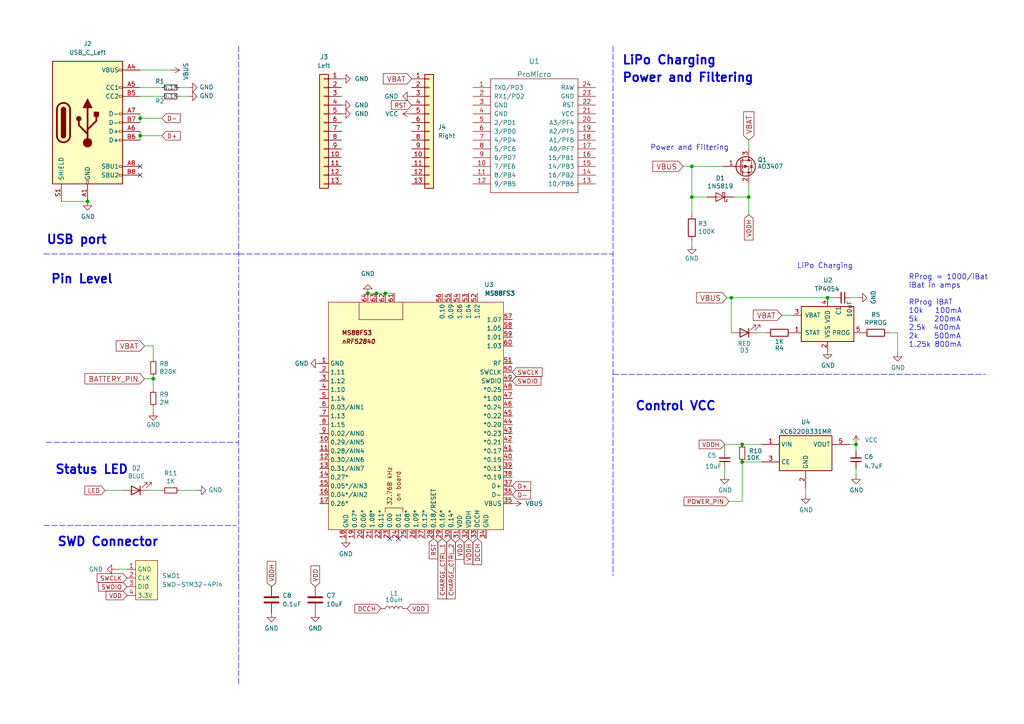
<source format=kicad_sch>
(kicad_sch (version 20211123) (generator eeschema)

  (uuid e63e39d7-6ac0-4ffd-8aa3-1841a4541b55)

  (paper "A4")

  (lib_symbols
    (symbol "Battery_Management:MCP73832-2-OT" (pin_names (offset 1.016)) (in_bom yes) (on_board yes)
      (property "Reference" "U" (id 0) (at -7.62 6.35 0)
        (effects (font (size 1.27 1.27)) (justify left))
      )
      (property "Value" "MCP73832-2-OT" (id 1) (at 1.27 6.35 0)
        (effects (font (size 1.27 1.27)) (justify left))
      )
      (property "Footprint" "Package_TO_SOT_SMD:SOT-23-5" (id 2) (at 1.27 -6.35 0)
        (effects (font (size 1.27 1.27) italic) (justify left) hide)
      )
      (property "Datasheet" "http://ww1.microchip.com/downloads/en/DeviceDoc/20001984g.pdf" (id 3) (at -3.81 -1.27 0)
        (effects (font (size 1.27 1.27)) hide)
      )
      (property "ki_keywords" "battery charger lithium" (id 4) (at 0 0 0)
        (effects (font (size 1.27 1.27)) hide)
      )
      (property "ki_description" "Single cell, Li-Ion/Li-Po charge management controller, 4.20V, Open-Drain Status Output, in SOT23-5 package" (id 5) (at 0 0 0)
        (effects (font (size 1.27 1.27)) hide)
      )
      (property "ki_fp_filters" "SOT?23*" (id 6) (at 0 0 0)
        (effects (font (size 1.27 1.27)) hide)
      )
      (symbol "MCP73832-2-OT_0_1"
        (rectangle (start -7.62 5.08) (end 7.62 -5.08)
          (stroke (width 0.254) (type default) (color 0 0 0 0))
          (fill (type background))
        )
      )
      (symbol "MCP73832-2-OT_1_1"
        (pin output line (at 10.16 -2.54 180) (length 2.54)
          (name "STAT" (effects (font (size 1.27 1.27))))
          (number "1" (effects (font (size 1.27 1.27))))
        )
        (pin power_in line (at 0 -7.62 90) (length 2.54)
          (name "VSS" (effects (font (size 1.27 1.27))))
          (number "2" (effects (font (size 1.27 1.27))))
        )
        (pin power_out line (at 10.16 2.54 180) (length 2.54)
          (name "VBAT" (effects (font (size 1.27 1.27))))
          (number "3" (effects (font (size 1.27 1.27))))
        )
        (pin power_in line (at 0 7.62 270) (length 2.54)
          (name "VDD" (effects (font (size 1.27 1.27))))
          (number "4" (effects (font (size 1.27 1.27))))
        )
        (pin input line (at -10.16 -2.54 0) (length 2.54)
          (name "PROG" (effects (font (size 1.27 1.27))))
          (number "5" (effects (font (size 1.27 1.27))))
        )
      )
    )
    (symbol "Connector:USB_C_Receptacle_USB2.0" (pin_names (offset 1.016)) (in_bom yes) (on_board yes)
      (property "Reference" "J" (id 0) (at -10.16 19.05 0)
        (effects (font (size 1.27 1.27)) (justify left))
      )
      (property "Value" "USB_C_Receptacle_USB2.0" (id 1) (at 19.05 19.05 0)
        (effects (font (size 1.27 1.27)) (justify right))
      )
      (property "Footprint" "" (id 2) (at 3.81 0 0)
        (effects (font (size 1.27 1.27)) hide)
      )
      (property "Datasheet" "https://www.usb.org/sites/default/files/documents/usb_type-c.zip" (id 3) (at 3.81 0 0)
        (effects (font (size 1.27 1.27)) hide)
      )
      (property "ki_keywords" "usb universal serial bus type-C USB2.0" (id 4) (at 0 0 0)
        (effects (font (size 1.27 1.27)) hide)
      )
      (property "ki_description" "USB 2.0-only Type-C Receptacle connector" (id 5) (at 0 0 0)
        (effects (font (size 1.27 1.27)) hide)
      )
      (property "ki_fp_filters" "USB*C*Receptacle*" (id 6) (at 0 0 0)
        (effects (font (size 1.27 1.27)) hide)
      )
      (symbol "USB_C_Receptacle_USB2.0_0_0"
        (rectangle (start -0.254 -17.78) (end 0.254 -16.764)
          (stroke (width 0) (type default) (color 0 0 0 0))
          (fill (type none))
        )
        (rectangle (start 10.16 -14.986) (end 9.144 -15.494)
          (stroke (width 0) (type default) (color 0 0 0 0))
          (fill (type none))
        )
        (rectangle (start 10.16 -12.446) (end 9.144 -12.954)
          (stroke (width 0) (type default) (color 0 0 0 0))
          (fill (type none))
        )
        (rectangle (start 10.16 -4.826) (end 9.144 -5.334)
          (stroke (width 0) (type default) (color 0 0 0 0))
          (fill (type none))
        )
        (rectangle (start 10.16 -2.286) (end 9.144 -2.794)
          (stroke (width 0) (type default) (color 0 0 0 0))
          (fill (type none))
        )
        (rectangle (start 10.16 0.254) (end 9.144 -0.254)
          (stroke (width 0) (type default) (color 0 0 0 0))
          (fill (type none))
        )
        (rectangle (start 10.16 2.794) (end 9.144 2.286)
          (stroke (width 0) (type default) (color 0 0 0 0))
          (fill (type none))
        )
        (rectangle (start 10.16 7.874) (end 9.144 7.366)
          (stroke (width 0) (type default) (color 0 0 0 0))
          (fill (type none))
        )
        (rectangle (start 10.16 10.414) (end 9.144 9.906)
          (stroke (width 0) (type default) (color 0 0 0 0))
          (fill (type none))
        )
        (rectangle (start 10.16 15.494) (end 9.144 14.986)
          (stroke (width 0) (type default) (color 0 0 0 0))
          (fill (type none))
        )
      )
      (symbol "USB_C_Receptacle_USB2.0_0_1"
        (rectangle (start -10.16 17.78) (end 10.16 -17.78)
          (stroke (width 0.254) (type default) (color 0 0 0 0))
          (fill (type background))
        )
        (arc (start -8.89 -3.81) (mid -6.985 -5.715) (end -5.08 -3.81)
          (stroke (width 0.508) (type default) (color 0 0 0 0))
          (fill (type none))
        )
        (arc (start -7.62 -3.81) (mid -6.985 -4.445) (end -6.35 -3.81)
          (stroke (width 0.254) (type default) (color 0 0 0 0))
          (fill (type none))
        )
        (arc (start -7.62 -3.81) (mid -6.985 -4.445) (end -6.35 -3.81)
          (stroke (width 0.254) (type default) (color 0 0 0 0))
          (fill (type outline))
        )
        (rectangle (start -7.62 -3.81) (end -6.35 3.81)
          (stroke (width 0.254) (type default) (color 0 0 0 0))
          (fill (type outline))
        )
        (arc (start -6.35 3.81) (mid -6.985 4.445) (end -7.62 3.81)
          (stroke (width 0.254) (type default) (color 0 0 0 0))
          (fill (type none))
        )
        (arc (start -6.35 3.81) (mid -6.985 4.445) (end -7.62 3.81)
          (stroke (width 0.254) (type default) (color 0 0 0 0))
          (fill (type outline))
        )
        (arc (start -5.08 3.81) (mid -6.985 5.715) (end -8.89 3.81)
          (stroke (width 0.508) (type default) (color 0 0 0 0))
          (fill (type none))
        )
        (circle (center -2.54 1.143) (radius 0.635)
          (stroke (width 0.254) (type default) (color 0 0 0 0))
          (fill (type outline))
        )
        (circle (center 0 -5.842) (radius 1.27)
          (stroke (width 0) (type default) (color 0 0 0 0))
          (fill (type outline))
        )
        (polyline
          (pts
            (xy -8.89 -3.81)
            (xy -8.89 3.81)
          )
          (stroke (width 0.508) (type default) (color 0 0 0 0))
          (fill (type none))
        )
        (polyline
          (pts
            (xy -5.08 3.81)
            (xy -5.08 -3.81)
          )
          (stroke (width 0.508) (type default) (color 0 0 0 0))
          (fill (type none))
        )
        (polyline
          (pts
            (xy 0 -5.842)
            (xy 0 4.318)
          )
          (stroke (width 0.508) (type default) (color 0 0 0 0))
          (fill (type none))
        )
        (polyline
          (pts
            (xy 0 -3.302)
            (xy -2.54 -0.762)
            (xy -2.54 0.508)
          )
          (stroke (width 0.508) (type default) (color 0 0 0 0))
          (fill (type none))
        )
        (polyline
          (pts
            (xy 0 -2.032)
            (xy 2.54 0.508)
            (xy 2.54 1.778)
          )
          (stroke (width 0.508) (type default) (color 0 0 0 0))
          (fill (type none))
        )
        (polyline
          (pts
            (xy -1.27 4.318)
            (xy 0 6.858)
            (xy 1.27 4.318)
            (xy -1.27 4.318)
          )
          (stroke (width 0.254) (type default) (color 0 0 0 0))
          (fill (type outline))
        )
        (rectangle (start 1.905 1.778) (end 3.175 3.048)
          (stroke (width 0.254) (type default) (color 0 0 0 0))
          (fill (type outline))
        )
      )
      (symbol "USB_C_Receptacle_USB2.0_1_1"
        (pin passive line (at 0 -22.86 90) (length 5.08)
          (name "GND" (effects (font (size 1.27 1.27))))
          (number "A1" (effects (font (size 1.27 1.27))))
        )
        (pin passive line (at 0 -22.86 90) (length 5.08) hide
          (name "GND" (effects (font (size 1.27 1.27))))
          (number "A12" (effects (font (size 1.27 1.27))))
        )
        (pin passive line (at 15.24 15.24 180) (length 5.08)
          (name "VBUS" (effects (font (size 1.27 1.27))))
          (number "A4" (effects (font (size 1.27 1.27))))
        )
        (pin bidirectional line (at 15.24 10.16 180) (length 5.08)
          (name "CC1" (effects (font (size 1.27 1.27))))
          (number "A5" (effects (font (size 1.27 1.27))))
        )
        (pin bidirectional line (at 15.24 -2.54 180) (length 5.08)
          (name "D+" (effects (font (size 1.27 1.27))))
          (number "A6" (effects (font (size 1.27 1.27))))
        )
        (pin bidirectional line (at 15.24 2.54 180) (length 5.08)
          (name "D-" (effects (font (size 1.27 1.27))))
          (number "A7" (effects (font (size 1.27 1.27))))
        )
        (pin bidirectional line (at 15.24 -12.7 180) (length 5.08)
          (name "SBU1" (effects (font (size 1.27 1.27))))
          (number "A8" (effects (font (size 1.27 1.27))))
        )
        (pin passive line (at 15.24 15.24 180) (length 5.08) hide
          (name "VBUS" (effects (font (size 1.27 1.27))))
          (number "A9" (effects (font (size 1.27 1.27))))
        )
        (pin passive line (at 0 -22.86 90) (length 5.08) hide
          (name "GND" (effects (font (size 1.27 1.27))))
          (number "B1" (effects (font (size 1.27 1.27))))
        )
        (pin passive line (at 0 -22.86 90) (length 5.08) hide
          (name "GND" (effects (font (size 1.27 1.27))))
          (number "B12" (effects (font (size 1.27 1.27))))
        )
        (pin passive line (at 15.24 15.24 180) (length 5.08) hide
          (name "VBUS" (effects (font (size 1.27 1.27))))
          (number "B4" (effects (font (size 1.27 1.27))))
        )
        (pin bidirectional line (at 15.24 7.62 180) (length 5.08)
          (name "CC2" (effects (font (size 1.27 1.27))))
          (number "B5" (effects (font (size 1.27 1.27))))
        )
        (pin bidirectional line (at 15.24 -5.08 180) (length 5.08)
          (name "D+" (effects (font (size 1.27 1.27))))
          (number "B6" (effects (font (size 1.27 1.27))))
        )
        (pin bidirectional line (at 15.24 0 180) (length 5.08)
          (name "D-" (effects (font (size 1.27 1.27))))
          (number "B7" (effects (font (size 1.27 1.27))))
        )
        (pin bidirectional line (at 15.24 -15.24 180) (length 5.08)
          (name "SBU2" (effects (font (size 1.27 1.27))))
          (number "B8" (effects (font (size 1.27 1.27))))
        )
        (pin passive line (at 15.24 15.24 180) (length 5.08) hide
          (name "VBUS" (effects (font (size 1.27 1.27))))
          (number "B9" (effects (font (size 1.27 1.27))))
        )
        (pin passive line (at -7.62 -22.86 90) (length 5.08)
          (name "SHIELD" (effects (font (size 1.27 1.27))))
          (number "S1" (effects (font (size 1.27 1.27))))
        )
      )
    )
    (symbol "Connector_Generic:Conn_01x13" (pin_names (offset 1.016) hide) (in_bom yes) (on_board yes)
      (property "Reference" "J" (id 0) (at 0 17.78 0)
        (effects (font (size 1.27 1.27)))
      )
      (property "Value" "Conn_01x13" (id 1) (at 0 -17.78 0)
        (effects (font (size 1.27 1.27)))
      )
      (property "Footprint" "" (id 2) (at 0 0 0)
        (effects (font (size 1.27 1.27)) hide)
      )
      (property "Datasheet" "~" (id 3) (at 0 0 0)
        (effects (font (size 1.27 1.27)) hide)
      )
      (property "ki_keywords" "connector" (id 4) (at 0 0 0)
        (effects (font (size 1.27 1.27)) hide)
      )
      (property "ki_description" "Generic connector, single row, 01x13, script generated (kicad-library-utils/schlib/autogen/connector/)" (id 5) (at 0 0 0)
        (effects (font (size 1.27 1.27)) hide)
      )
      (property "ki_fp_filters" "Connector*:*_1x??_*" (id 6) (at 0 0 0)
        (effects (font (size 1.27 1.27)) hide)
      )
      (symbol "Conn_01x13_1_1"
        (rectangle (start -1.27 -15.113) (end 0 -15.367)
          (stroke (width 0.1524) (type default) (color 0 0 0 0))
          (fill (type none))
        )
        (rectangle (start -1.27 -12.573) (end 0 -12.827)
          (stroke (width 0.1524) (type default) (color 0 0 0 0))
          (fill (type none))
        )
        (rectangle (start -1.27 -10.033) (end 0 -10.287)
          (stroke (width 0.1524) (type default) (color 0 0 0 0))
          (fill (type none))
        )
        (rectangle (start -1.27 -7.493) (end 0 -7.747)
          (stroke (width 0.1524) (type default) (color 0 0 0 0))
          (fill (type none))
        )
        (rectangle (start -1.27 -4.953) (end 0 -5.207)
          (stroke (width 0.1524) (type default) (color 0 0 0 0))
          (fill (type none))
        )
        (rectangle (start -1.27 -2.413) (end 0 -2.667)
          (stroke (width 0.1524) (type default) (color 0 0 0 0))
          (fill (type none))
        )
        (rectangle (start -1.27 0.127) (end 0 -0.127)
          (stroke (width 0.1524) (type default) (color 0 0 0 0))
          (fill (type none))
        )
        (rectangle (start -1.27 2.667) (end 0 2.413)
          (stroke (width 0.1524) (type default) (color 0 0 0 0))
          (fill (type none))
        )
        (rectangle (start -1.27 5.207) (end 0 4.953)
          (stroke (width 0.1524) (type default) (color 0 0 0 0))
          (fill (type none))
        )
        (rectangle (start -1.27 7.747) (end 0 7.493)
          (stroke (width 0.1524) (type default) (color 0 0 0 0))
          (fill (type none))
        )
        (rectangle (start -1.27 10.287) (end 0 10.033)
          (stroke (width 0.1524) (type default) (color 0 0 0 0))
          (fill (type none))
        )
        (rectangle (start -1.27 12.827) (end 0 12.573)
          (stroke (width 0.1524) (type default) (color 0 0 0 0))
          (fill (type none))
        )
        (rectangle (start -1.27 15.367) (end 0 15.113)
          (stroke (width 0.1524) (type default) (color 0 0 0 0))
          (fill (type none))
        )
        (rectangle (start -1.27 16.51) (end 1.27 -16.51)
          (stroke (width 0.254) (type default) (color 0 0 0 0))
          (fill (type background))
        )
        (pin passive line (at -5.08 15.24 0) (length 3.81)
          (name "Pin_1" (effects (font (size 1.27 1.27))))
          (number "1" (effects (font (size 1.27 1.27))))
        )
        (pin passive line (at -5.08 -7.62 0) (length 3.81)
          (name "Pin_10" (effects (font (size 1.27 1.27))))
          (number "10" (effects (font (size 1.27 1.27))))
        )
        (pin passive line (at -5.08 -10.16 0) (length 3.81)
          (name "Pin_11" (effects (font (size 1.27 1.27))))
          (number "11" (effects (font (size 1.27 1.27))))
        )
        (pin passive line (at -5.08 -12.7 0) (length 3.81)
          (name "Pin_12" (effects (font (size 1.27 1.27))))
          (number "12" (effects (font (size 1.27 1.27))))
        )
        (pin passive line (at -5.08 -15.24 0) (length 3.81)
          (name "Pin_13" (effects (font (size 1.27 1.27))))
          (number "13" (effects (font (size 1.27 1.27))))
        )
        (pin passive line (at -5.08 12.7 0) (length 3.81)
          (name "Pin_2" (effects (font (size 1.27 1.27))))
          (number "2" (effects (font (size 1.27 1.27))))
        )
        (pin passive line (at -5.08 10.16 0) (length 3.81)
          (name "Pin_3" (effects (font (size 1.27 1.27))))
          (number "3" (effects (font (size 1.27 1.27))))
        )
        (pin passive line (at -5.08 7.62 0) (length 3.81)
          (name "Pin_4" (effects (font (size 1.27 1.27))))
          (number "4" (effects (font (size 1.27 1.27))))
        )
        (pin passive line (at -5.08 5.08 0) (length 3.81)
          (name "Pin_5" (effects (font (size 1.27 1.27))))
          (number "5" (effects (font (size 1.27 1.27))))
        )
        (pin passive line (at -5.08 2.54 0) (length 3.81)
          (name "Pin_6" (effects (font (size 1.27 1.27))))
          (number "6" (effects (font (size 1.27 1.27))))
        )
        (pin passive line (at -5.08 0 0) (length 3.81)
          (name "Pin_7" (effects (font (size 1.27 1.27))))
          (number "7" (effects (font (size 1.27 1.27))))
        )
        (pin passive line (at -5.08 -2.54 0) (length 3.81)
          (name "Pin_8" (effects (font (size 1.27 1.27))))
          (number "8" (effects (font (size 1.27 1.27))))
        )
        (pin passive line (at -5.08 -5.08 0) (length 3.81)
          (name "Pin_9" (effects (font (size 1.27 1.27))))
          (number "9" (effects (font (size 1.27 1.27))))
        )
      )
    )
    (symbol "Device:C" (pin_numbers hide) (pin_names (offset 0.254)) (in_bom yes) (on_board yes)
      (property "Reference" "C" (id 0) (at 0.635 2.54 0)
        (effects (font (size 1.27 1.27)) (justify left))
      )
      (property "Value" "C" (id 1) (at 0.635 -2.54 0)
        (effects (font (size 1.27 1.27)) (justify left))
      )
      (property "Footprint" "" (id 2) (at 0.9652 -3.81 0)
        (effects (font (size 1.27 1.27)) hide)
      )
      (property "Datasheet" "~" (id 3) (at 0 0 0)
        (effects (font (size 1.27 1.27)) hide)
      )
      (property "ki_keywords" "cap capacitor" (id 4) (at 0 0 0)
        (effects (font (size 1.27 1.27)) hide)
      )
      (property "ki_description" "Unpolarized capacitor" (id 5) (at 0 0 0)
        (effects (font (size 1.27 1.27)) hide)
      )
      (property "ki_fp_filters" "C_*" (id 6) (at 0 0 0)
        (effects (font (size 1.27 1.27)) hide)
      )
      (symbol "C_0_1"
        (polyline
          (pts
            (xy -2.032 -0.762)
            (xy 2.032 -0.762)
          )
          (stroke (width 0.508) (type default) (color 0 0 0 0))
          (fill (type none))
        )
        (polyline
          (pts
            (xy -2.032 0.762)
            (xy 2.032 0.762)
          )
          (stroke (width 0.508) (type default) (color 0 0 0 0))
          (fill (type none))
        )
      )
      (symbol "C_1_1"
        (pin passive line (at 0 3.81 270) (length 2.794)
          (name "~" (effects (font (size 1.27 1.27))))
          (number "1" (effects (font (size 1.27 1.27))))
        )
        (pin passive line (at 0 -3.81 90) (length 2.794)
          (name "~" (effects (font (size 1.27 1.27))))
          (number "2" (effects (font (size 1.27 1.27))))
        )
      )
    )
    (symbol "Device:C_Small" (pin_numbers hide) (pin_names (offset 0.254) hide) (in_bom yes) (on_board yes)
      (property "Reference" "C" (id 0) (at 0.254 1.778 0)
        (effects (font (size 1.27 1.27)) (justify left))
      )
      (property "Value" "C_Small" (id 1) (at 0.254 -2.032 0)
        (effects (font (size 1.27 1.27)) (justify left))
      )
      (property "Footprint" "" (id 2) (at 0 0 0)
        (effects (font (size 1.27 1.27)) hide)
      )
      (property "Datasheet" "~" (id 3) (at 0 0 0)
        (effects (font (size 1.27 1.27)) hide)
      )
      (property "ki_keywords" "capacitor cap" (id 4) (at 0 0 0)
        (effects (font (size 1.27 1.27)) hide)
      )
      (property "ki_description" "Unpolarized capacitor, small symbol" (id 5) (at 0 0 0)
        (effects (font (size 1.27 1.27)) hide)
      )
      (property "ki_fp_filters" "C_*" (id 6) (at 0 0 0)
        (effects (font (size 1.27 1.27)) hide)
      )
      (symbol "C_Small_0_1"
        (polyline
          (pts
            (xy -1.524 -0.508)
            (xy 1.524 -0.508)
          )
          (stroke (width 0.3302) (type default) (color 0 0 0 0))
          (fill (type none))
        )
        (polyline
          (pts
            (xy -1.524 0.508)
            (xy 1.524 0.508)
          )
          (stroke (width 0.3048) (type default) (color 0 0 0 0))
          (fill (type none))
        )
      )
      (symbol "C_Small_1_1"
        (pin passive line (at 0 2.54 270) (length 2.032)
          (name "~" (effects (font (size 1.27 1.27))))
          (number "1" (effects (font (size 1.27 1.27))))
        )
        (pin passive line (at 0 -2.54 90) (length 2.032)
          (name "~" (effects (font (size 1.27 1.27))))
          (number "2" (effects (font (size 1.27 1.27))))
        )
      )
    )
    (symbol "Device:L" (pin_numbers hide) (pin_names (offset 1.016) hide) (in_bom yes) (on_board yes)
      (property "Reference" "L" (id 0) (at -1.27 0 90)
        (effects (font (size 1.27 1.27)))
      )
      (property "Value" "L" (id 1) (at 1.905 0 90)
        (effects (font (size 1.27 1.27)))
      )
      (property "Footprint" "" (id 2) (at 0 0 0)
        (effects (font (size 1.27 1.27)) hide)
      )
      (property "Datasheet" "~" (id 3) (at 0 0 0)
        (effects (font (size 1.27 1.27)) hide)
      )
      (property "ki_keywords" "inductor choke coil reactor magnetic" (id 4) (at 0 0 0)
        (effects (font (size 1.27 1.27)) hide)
      )
      (property "ki_description" "Inductor" (id 5) (at 0 0 0)
        (effects (font (size 1.27 1.27)) hide)
      )
      (property "ki_fp_filters" "Choke_* *Coil* Inductor_* L_*" (id 6) (at 0 0 0)
        (effects (font (size 1.27 1.27)) hide)
      )
      (symbol "L_0_1"
        (arc (start 0 -2.54) (mid 0.635 -1.905) (end 0 -1.27)
          (stroke (width 0) (type default) (color 0 0 0 0))
          (fill (type none))
        )
        (arc (start 0 -1.27) (mid 0.635 -0.635) (end 0 0)
          (stroke (width 0) (type default) (color 0 0 0 0))
          (fill (type none))
        )
        (arc (start 0 0) (mid 0.635 0.635) (end 0 1.27)
          (stroke (width 0) (type default) (color 0 0 0 0))
          (fill (type none))
        )
        (arc (start 0 1.27) (mid 0.635 1.905) (end 0 2.54)
          (stroke (width 0) (type default) (color 0 0 0 0))
          (fill (type none))
        )
      )
      (symbol "L_1_1"
        (pin passive line (at 0 3.81 270) (length 1.27)
          (name "1" (effects (font (size 1.27 1.27))))
          (number "1" (effects (font (size 1.27 1.27))))
        )
        (pin passive line (at 0 -3.81 90) (length 1.27)
          (name "2" (effects (font (size 1.27 1.27))))
          (number "2" (effects (font (size 1.27 1.27))))
        )
      )
    )
    (symbol "Device:LED" (pin_numbers hide) (pin_names (offset 1.016) hide) (in_bom yes) (on_board yes)
      (property "Reference" "D" (id 0) (at 0 2.54 0)
        (effects (font (size 1.27 1.27)))
      )
      (property "Value" "LED" (id 1) (at 0 -2.54 0)
        (effects (font (size 1.27 1.27)))
      )
      (property "Footprint" "" (id 2) (at 0 0 0)
        (effects (font (size 1.27 1.27)) hide)
      )
      (property "Datasheet" "~" (id 3) (at 0 0 0)
        (effects (font (size 1.27 1.27)) hide)
      )
      (property "ki_keywords" "LED diode" (id 4) (at 0 0 0)
        (effects (font (size 1.27 1.27)) hide)
      )
      (property "ki_description" "Light emitting diode" (id 5) (at 0 0 0)
        (effects (font (size 1.27 1.27)) hide)
      )
      (property "ki_fp_filters" "LED* LED_SMD:* LED_THT:*" (id 6) (at 0 0 0)
        (effects (font (size 1.27 1.27)) hide)
      )
      (symbol "LED_0_1"
        (polyline
          (pts
            (xy -1.27 -1.27)
            (xy -1.27 1.27)
          )
          (stroke (width 0.254) (type default) (color 0 0 0 0))
          (fill (type none))
        )
        (polyline
          (pts
            (xy -1.27 0)
            (xy 1.27 0)
          )
          (stroke (width 0) (type default) (color 0 0 0 0))
          (fill (type none))
        )
        (polyline
          (pts
            (xy 1.27 -1.27)
            (xy 1.27 1.27)
            (xy -1.27 0)
            (xy 1.27 -1.27)
          )
          (stroke (width 0.254) (type default) (color 0 0 0 0))
          (fill (type none))
        )
        (polyline
          (pts
            (xy -3.048 -0.762)
            (xy -4.572 -2.286)
            (xy -3.81 -2.286)
            (xy -4.572 -2.286)
            (xy -4.572 -1.524)
          )
          (stroke (width 0) (type default) (color 0 0 0 0))
          (fill (type none))
        )
        (polyline
          (pts
            (xy -1.778 -0.762)
            (xy -3.302 -2.286)
            (xy -2.54 -2.286)
            (xy -3.302 -2.286)
            (xy -3.302 -1.524)
          )
          (stroke (width 0) (type default) (color 0 0 0 0))
          (fill (type none))
        )
      )
      (symbol "LED_1_1"
        (pin passive line (at -3.81 0 0) (length 2.54)
          (name "K" (effects (font (size 1.27 1.27))))
          (number "1" (effects (font (size 1.27 1.27))))
        )
        (pin passive line (at 3.81 0 180) (length 2.54)
          (name "A" (effects (font (size 1.27 1.27))))
          (number "2" (effects (font (size 1.27 1.27))))
        )
      )
    )
    (symbol "Device:R_Small" (pin_numbers hide) (pin_names (offset 0.254) hide) (in_bom yes) (on_board yes)
      (property "Reference" "R" (id 0) (at 0.762 0.508 0)
        (effects (font (size 1.27 1.27)) (justify left))
      )
      (property "Value" "R_Small" (id 1) (at 0.762 -1.016 0)
        (effects (font (size 1.27 1.27)) (justify left))
      )
      (property "Footprint" "" (id 2) (at 0 0 0)
        (effects (font (size 1.27 1.27)) hide)
      )
      (property "Datasheet" "~" (id 3) (at 0 0 0)
        (effects (font (size 1.27 1.27)) hide)
      )
      (property "ki_keywords" "R resistor" (id 4) (at 0 0 0)
        (effects (font (size 1.27 1.27)) hide)
      )
      (property "ki_description" "Resistor, small symbol" (id 5) (at 0 0 0)
        (effects (font (size 1.27 1.27)) hide)
      )
      (property "ki_fp_filters" "R_*" (id 6) (at 0 0 0)
        (effects (font (size 1.27 1.27)) hide)
      )
      (symbol "R_Small_0_1"
        (rectangle (start -0.762 1.778) (end 0.762 -1.778)
          (stroke (width 0.2032) (type default) (color 0 0 0 0))
          (fill (type none))
        )
      )
      (symbol "R_Small_1_1"
        (pin passive line (at 0 2.54 270) (length 0.762)
          (name "~" (effects (font (size 1.27 1.27))))
          (number "1" (effects (font (size 1.27 1.27))))
        )
        (pin passive line (at 0 -2.54 90) (length 0.762)
          (name "~" (effects (font (size 1.27 1.27))))
          (number "2" (effects (font (size 1.27 1.27))))
        )
      )
    )
    (symbol "Regulator_Linear:XC6220B331MR" (in_bom yes) (on_board yes)
      (property "Reference" "U" (id 0) (at 0 8.89 0)
        (effects (font (size 1.27 1.27)))
      )
      (property "Value" "XC6220B331MR" (id 1) (at 0 6.35 0)
        (effects (font (size 1.27 1.27)))
      )
      (property "Footprint" "Package_TO_SOT_SMD:SOT-23-5" (id 2) (at 0 0 0)
        (effects (font (size 1.27 1.27)) hide)
      )
      (property "Datasheet" "https://www.torexsemi.com/file/xc6220/XC6220.pdf" (id 3) (at 19.05 -25.4 0)
        (effects (font (size 1.27 1.27)) hide)
      )
      (property "ki_keywords" "LDO Voltage Regulator 1A" (id 4) (at 0 0 0)
        (effects (font (size 1.27 1.27)) hide)
      )
      (property "ki_description" "1A, Low Drop-out Voltage Regulator, Fixed Output 3.3V, SOT-23-5" (id 5) (at 0 0 0)
        (effects (font (size 1.27 1.27)) hide)
      )
      (property "ki_fp_filters" "SOT?23*" (id 6) (at 0 0 0)
        (effects (font (size 1.27 1.27)) hide)
      )
      (symbol "XC6220B331MR_0_1"
        (rectangle (start -7.62 5.08) (end 7.62 -5.08)
          (stroke (width 0.254) (type default) (color 0 0 0 0))
          (fill (type background))
        )
      )
      (symbol "XC6220B331MR_1_1"
        (pin power_in line (at -12.7 2.54 0) (length 5.08)
          (name "VIN" (effects (font (size 1.27 1.27))))
          (number "1" (effects (font (size 1.27 1.27))))
        )
        (pin power_in line (at 0 -10.16 90) (length 5.08)
          (name "GND" (effects (font (size 1.27 1.27))))
          (number "2" (effects (font (size 1.27 1.27))))
        )
        (pin input line (at -12.7 -2.54 0) (length 5.08)
          (name "CE" (effects (font (size 1.27 1.27))))
          (number "3" (effects (font (size 1.27 1.27))))
        )
        (pin no_connect line (at 7.62 -2.54 180) (length 5.08) hide
          (name "NC" (effects (font (size 1.27 1.27))))
          (number "4" (effects (font (size 1.27 1.27))))
        )
        (pin power_out line (at 12.7 2.54 180) (length 5.08)
          (name "VOUT" (effects (font (size 1.27 1.27))))
          (number "5" (effects (font (size 1.27 1.27))))
        )
      )
    )
    (symbol "keeb_parts:R_Small" (pin_numbers hide) (pin_names (offset 0.254) hide) (in_bom yes) (on_board yes)
      (property "Reference" "R" (id 0) (at 0.762 0.508 0)
        (effects (font (size 1.27 1.27)) (justify left))
      )
      (property "Value" "keeb_parts_R_Small" (id 1) (at 0.762 -1.016 0)
        (effects (font (size 1.27 1.27)) (justify left))
      )
      (property "Footprint" "" (id 2) (at 0 0 0)
        (effects (font (size 1.27 1.27)) hide)
      )
      (property "Datasheet" "" (id 3) (at 0 0 0)
        (effects (font (size 1.27 1.27)) hide)
      )
      (property "ki_fp_filters" "R_*" (id 4) (at 0 0 0)
        (effects (font (size 1.27 1.27)) hide)
      )
      (symbol "R_Small_0_1"
        (rectangle (start -0.762 1.778) (end 0.762 -1.778)
          (stroke (width 0.2032) (type default) (color 0 0 0 0))
          (fill (type none))
        )
      )
      (symbol "R_Small_1_1"
        (pin passive line (at 0 2.54 270) (length 0.762)
          (name "~" (effects (font (size 1.27 1.27))))
          (number "1" (effects (font (size 1.27 1.27))))
        )
        (pin passive line (at 0 -2.54 90) (length 0.762)
          (name "~" (effects (font (size 1.27 1.27))))
          (number "2" (effects (font (size 1.27 1.27))))
        )
      )
    )
    (symbol "keeb_power:GND" (power) (pin_names (offset 0)) (in_bom yes) (on_board yes)
      (property "Reference" "#PWR" (id 0) (at 0 -6.35 0)
        (effects (font (size 1.27 1.27)) hide)
      )
      (property "Value" "keeb_power_GND" (id 1) (at 0 -3.81 0)
        (effects (font (size 1.27 1.27)))
      )
      (property "Footprint" "" (id 2) (at 0 0 0)
        (effects (font (size 1.27 1.27)) hide)
      )
      (property "Datasheet" "" (id 3) (at 0 0 0)
        (effects (font (size 1.27 1.27)) hide)
      )
      (symbol "GND_0_1"
        (polyline
          (pts
            (xy 0 0)
            (xy 0 -1.27)
            (xy 1.27 -1.27)
            (xy 0 -2.54)
            (xy -1.27 -1.27)
            (xy 0 -1.27)
          )
          (stroke (width 0) (type default) (color 0 0 0 0))
          (fill (type none))
        )
      )
      (symbol "GND_1_1"
        (pin power_in line (at 0 0 270) (length 0) hide
          (name "GND" (effects (font (size 1.27 1.27))))
          (number "1" (effects (font (size 1.27 1.27))))
        )
      )
    )
    (symbol "keeb_power:VBUS" (power) (pin_names (offset 0)) (in_bom yes) (on_board yes)
      (property "Reference" "#PWR" (id 0) (at 0 -3.81 0)
        (effects (font (size 1.27 1.27)) hide)
      )
      (property "Value" "keeb_power_VBUS" (id 1) (at 0 3.81 0)
        (effects (font (size 1.27 1.27)))
      )
      (property "Footprint" "" (id 2) (at 0 0 0)
        (effects (font (size 1.27 1.27)) hide)
      )
      (property "Datasheet" "" (id 3) (at 0 0 0)
        (effects (font (size 1.27 1.27)) hide)
      )
      (symbol "VBUS_0_1"
        (polyline
          (pts
            (xy -0.762 1.27)
            (xy 0 2.54)
          )
          (stroke (width 0) (type default) (color 0 0 0 0))
          (fill (type none))
        )
        (polyline
          (pts
            (xy 0 0)
            (xy 0 2.54)
          )
          (stroke (width 0) (type default) (color 0 0 0 0))
          (fill (type none))
        )
        (polyline
          (pts
            (xy 0 2.54)
            (xy 0.762 1.27)
          )
          (stroke (width 0) (type default) (color 0 0 0 0))
          (fill (type none))
        )
      )
      (symbol "VBUS_1_1"
        (pin power_in line (at 0 0 90) (length 0) hide
          (name "VBUS" (effects (font (size 1.27 1.27))))
          (number "1" (effects (font (size 1.27 1.27))))
        )
      )
    )
    (symbol "keebio:ProMicro" (pin_names (offset 1.016)) (in_bom yes) (on_board yes)
      (property "Reference" "U" (id 0) (at 0 0 0)
        (effects (font (size 1.524 1.524)))
      )
      (property "Value" "ProMicro" (id 1) (at 0 -19.05 0)
        (effects (font (size 1.524 1.524)))
      )
      (property "Footprint" "" (id 2) (at 26.67 -63.5 90)
        (effects (font (size 1.524 1.524)) hide)
      )
      (property "Datasheet" "" (id 3) (at 26.67 -63.5 90)
        (effects (font (size 1.524 1.524)) hide)
      )
      (symbol "ProMicro_0_1"
        (rectangle (start -12.7 -16.51) (end 12.7 16.51)
          (stroke (width 0) (type default) (color 0 0 0 0))
          (fill (type none))
        )
      )
      (symbol "ProMicro_1_1"
        (pin input line (at -17.78 13.97 0) (length 5.08)
          (name "TX0/PD3" (effects (font (size 1.27 1.27))))
          (number "1" (effects (font (size 1.27 1.27))))
        )
        (pin input line (at -17.78 -8.89 0) (length 5.08)
          (name "7/PE6" (effects (font (size 1.27 1.27))))
          (number "10" (effects (font (size 1.27 1.27))))
        )
        (pin input line (at -17.78 -11.43 0) (length 5.08)
          (name "8/PB4" (effects (font (size 1.27 1.27))))
          (number "11" (effects (font (size 1.27 1.27))))
        )
        (pin input line (at -17.78 -13.97 0) (length 5.08)
          (name "9/PB5" (effects (font (size 1.27 1.27))))
          (number "12" (effects (font (size 1.27 1.27))))
        )
        (pin input line (at 17.78 -13.97 180) (length 5.08)
          (name "10/PB6" (effects (font (size 1.27 1.27))))
          (number "13" (effects (font (size 1.27 1.27))))
        )
        (pin input line (at 17.78 -11.43 180) (length 5.08)
          (name "16/PB2" (effects (font (size 1.27 1.27))))
          (number "14" (effects (font (size 1.27 1.27))))
        )
        (pin input line (at 17.78 -8.89 180) (length 5.08)
          (name "14/PB3" (effects (font (size 1.27 1.27))))
          (number "15" (effects (font (size 1.27 1.27))))
        )
        (pin input line (at 17.78 -6.35 180) (length 5.08)
          (name "15/PB1" (effects (font (size 1.27 1.27))))
          (number "16" (effects (font (size 1.27 1.27))))
        )
        (pin input line (at 17.78 -3.81 180) (length 5.08)
          (name "A0/PF7" (effects (font (size 1.27 1.27))))
          (number "17" (effects (font (size 1.27 1.27))))
        )
        (pin input line (at 17.78 -1.27 180) (length 5.08)
          (name "A1/PF6" (effects (font (size 1.27 1.27))))
          (number "18" (effects (font (size 1.27 1.27))))
        )
        (pin input line (at 17.78 1.27 180) (length 5.08)
          (name "A2/PF5" (effects (font (size 1.27 1.27))))
          (number "19" (effects (font (size 1.27 1.27))))
        )
        (pin input line (at -17.78 11.43 0) (length 5.08)
          (name "RX1/PD2" (effects (font (size 1.27 1.27))))
          (number "2" (effects (font (size 1.27 1.27))))
        )
        (pin input line (at 17.78 3.81 180) (length 5.08)
          (name "A3/PF4" (effects (font (size 1.27 1.27))))
          (number "20" (effects (font (size 1.27 1.27))))
        )
        (pin input line (at 17.78 6.35 180) (length 5.08)
          (name "VCC" (effects (font (size 1.27 1.27))))
          (number "21" (effects (font (size 1.27 1.27))))
        )
        (pin input line (at 17.78 8.89 180) (length 5.08)
          (name "RST" (effects (font (size 1.27 1.27))))
          (number "22" (effects (font (size 1.27 1.27))))
        )
        (pin input line (at 17.78 11.43 180) (length 5.08)
          (name "GND" (effects (font (size 1.27 1.27))))
          (number "23" (effects (font (size 1.27 1.27))))
        )
        (pin input line (at 17.78 13.97 180) (length 5.08)
          (name "RAW" (effects (font (size 1.27 1.27))))
          (number "24" (effects (font (size 1.27 1.27))))
        )
        (pin input line (at -17.78 8.89 0) (length 5.08)
          (name "GND" (effects (font (size 1.27 1.27))))
          (number "3" (effects (font (size 1.27 1.27))))
        )
        (pin input line (at -17.78 6.35 0) (length 5.08)
          (name "GND" (effects (font (size 1.27 1.27))))
          (number "4" (effects (font (size 1.27 1.27))))
        )
        (pin input line (at -17.78 3.81 0) (length 5.08)
          (name "2/PD1" (effects (font (size 1.27 1.27))))
          (number "5" (effects (font (size 1.27 1.27))))
        )
        (pin input line (at -17.78 1.27 0) (length 5.08)
          (name "3/PD0" (effects (font (size 1.27 1.27))))
          (number "6" (effects (font (size 1.27 1.27))))
        )
        (pin input line (at -17.78 -1.27 0) (length 5.08)
          (name "4/PD4" (effects (font (size 1.27 1.27))))
          (number "7" (effects (font (size 1.27 1.27))))
        )
        (pin input line (at -17.78 -3.81 0) (length 5.08)
          (name "5/PC6" (effects (font (size 1.27 1.27))))
          (number "8" (effects (font (size 1.27 1.27))))
        )
        (pin input line (at -17.78 -6.35 0) (length 5.08)
          (name "6/PD7" (effects (font (size 1.27 1.27))))
          (number "9" (effects (font (size 1.27 1.27))))
        )
      )
    )
    (symbol "keni242:SWD-STM32-4Pin" (in_bom yes) (on_board yes)
      (property "Reference" "SWD" (id 0) (at 0 7.62 0)
        (effects (font (size 1.27 1.27)))
      )
      (property "Value" "SWD-STM32-4Pin" (id 1) (at 3.81 0 90)
        (effects (font (size 1.27 1.27)))
      )
      (property "Footprint" "" (id 2) (at -2.54 0 0)
        (effects (font (size 1.27 1.27)) hide)
      )
      (property "Datasheet" "" (id 3) (at -2.54 0 0)
        (effects (font (size 1.27 1.27)) hide)
      )
      (symbol "SWD-STM32-4Pin_0_1"
        (rectangle (start -3.81 6.35) (end 2.54 -5.08)
          (stroke (width 0.1524) (type default) (color 0 0 0 0))
          (fill (type background))
        )
      )
      (symbol "SWD-STM32-4Pin_1_1"
        (pin bidirectional line (at -6.35 3.81 0) (length 2.54)
          (name "GND" (effects (font (size 1.27 1.27))))
          (number "1" (effects (font (size 1.27 1.27))))
        )
        (pin bidirectional line (at -6.35 1.27 0) (length 2.54)
          (name "CLK" (effects (font (size 1.27 1.27))))
          (number "2" (effects (font (size 1.27 1.27))))
        )
        (pin bidirectional line (at -6.35 -1.27 0) (length 2.54)
          (name "DIO" (effects (font (size 1.27 1.27))))
          (number "3" (effects (font (size 1.27 1.27))))
        )
        (pin bidirectional line (at -6.35 -3.81 0) (length 2.54)
          (name "3.3V" (effects (font (size 1.27 1.27))))
          (number "4" (effects (font (size 1.27 1.27))))
        )
      )
    )
    (symbol "kien242:MS88FS3" (in_bom yes) (on_board yes)
      (property "Reference" "U" (id 0) (at 0 0 0)
        (effects (font (size 1.27 1.27)))
      )
      (property "Value" "MS88FS3" (id 1) (at 0 2.54 0)
        (effects (font (size 1.27 1.27) bold))
      )
      (property "Footprint" "" (id 2) (at 0 0 0)
        (effects (font (size 1.27 1.27)) hide)
      )
      (property "Datasheet" "" (id 3) (at 0 0 0)
        (effects (font (size 1.27 1.27)) hide)
      )
      (symbol "MS88FS3_0_0"
        (polyline
          (pts
            (xy -16.51 33.02)
            (xy -16.51 27.94)
            (xy -3.81 27.94)
            (xy -3.81 33.02)
          )
          (stroke (width 0) (type default) (color 0 0 0 0))
          (fill (type none))
        )
        (polyline
          (pts
            (xy -8.89 -27.94)
            (xy -8.89 -26.67)
            (xy -3.81 -26.67)
            (xy -3.81 -27.94)
          )
          (stroke (width 0) (type default) (color 0 0 0 0))
          (fill (type none))
        )
        (text "32.768 kHz" (at -7.62 -20.32 900)
          (effects (font (size 1.27 1.27)))
        )
        (text "MS88FS3" (at -21.59 24.13 0)
          (effects (font (size 1.27 1.27) bold) (justify left))
        )
        (text "nRF52840" (at -21.59 21.59 0)
          (effects (font (size 1.27 1.27) bold italic) (justify left))
        )
        (text "on board" (at -5.08 -20.32 900)
          (effects (font (size 1.27 1.27)))
        )
      )
      (symbol "MS88FS3_0_1"
        (rectangle (start -25.4 33.02) (end 25.4 -33.02)
          (stroke (width 0) (type default) (color 0 0 0 0))
          (fill (type background))
        )
      )
      (symbol "MS88FS3_1_1"
        (pin input line (at -27.94 15.24 0) (length 2.54)
          (name "GND" (effects (font (size 1.27 1.27))))
          (number "1" (effects (font (size 1.27 1.27))))
        )
        (pin input line (at -27.94 -7.62 0) (length 2.54)
          (name "0.29/AIN5" (effects (font (size 1.27 1.27))))
          (number "10" (effects (font (size 1.27 1.27))))
        )
        (pin input line (at -27.94 -10.16 0) (length 2.54)
          (name "0.28/AIN4" (effects (font (size 1.27 1.27))))
          (number "11" (effects (font (size 1.27 1.27))))
        )
        (pin input line (at -27.94 -12.7 0) (length 2.54)
          (name "0.30/AIN6" (effects (font (size 1.27 1.27))))
          (number "12" (effects (font (size 1.27 1.27))))
        )
        (pin input line (at -27.94 -15.24 0) (length 2.54)
          (name "0.31/AIN7" (effects (font (size 1.27 1.27))))
          (number "13" (effects (font (size 1.27 1.27))))
        )
        (pin input line (at -27.94 -17.78 0) (length 2.54)
          (name "0.27*" (effects (font (size 1.27 1.27))))
          (number "14" (effects (font (size 1.27 1.27))))
        )
        (pin input line (at -27.94 -20.32 0) (length 2.54)
          (name "0.05*/AIN3" (effects (font (size 1.27 1.27))))
          (number "15" (effects (font (size 1.27 1.27))))
        )
        (pin input line (at -27.94 -22.86 0) (length 2.54)
          (name "0.04*/AIN2" (effects (font (size 1.27 1.27))))
          (number "16" (effects (font (size 1.27 1.27))))
        )
        (pin input line (at -27.94 -25.4 0) (length 2.54)
          (name "0.26*" (effects (font (size 1.27 1.27))))
          (number "17" (effects (font (size 1.27 1.27))))
        )
        (pin input line (at -20.32 -35.56 90) (length 2.54)
          (name "GND" (effects (font (size 1.27 1.27))))
          (number "18" (effects (font (size 1.27 1.27))))
        )
        (pin input line (at -17.78 -35.56 90) (length 2.54)
          (name "0.07*" (effects (font (size 1.27 1.27))))
          (number "19" (effects (font (size 1.27 1.27))))
        )
        (pin input line (at -27.94 12.7 0) (length 2.54)
          (name "1.11" (effects (font (size 1.27 1.27))))
          (number "2" (effects (font (size 1.27 1.27))))
        )
        (pin input line (at -15.24 -35.56 90) (length 2.54)
          (name "0.06*" (effects (font (size 1.27 1.27))))
          (number "20" (effects (font (size 1.27 1.27))))
        )
        (pin input line (at -12.7 -35.56 90) (length 2.54)
          (name "1.08*" (effects (font (size 1.27 1.27))))
          (number "21" (effects (font (size 1.27 1.27))))
        )
        (pin input line (at -10.16 -35.56 90) (length 2.54)
          (name "0.11*" (effects (font (size 1.27 1.27))))
          (number "22" (effects (font (size 1.27 1.27))))
        )
        (pin input line (at -7.62 -35.56 90) (length 2.54)
          (name "0.00" (effects (font (size 1.27 1.27))))
          (number "23" (effects (font (size 1.27 1.27))))
        )
        (pin input line (at -5.08 -35.56 90) (length 2.54)
          (name "0.01" (effects (font (size 1.27 1.27))))
          (number "24" (effects (font (size 1.27 1.27))))
        )
        (pin input line (at -2.54 -35.56 90) (length 2.54)
          (name "0.08*" (effects (font (size 1.27 1.27))))
          (number "25" (effects (font (size 1.27 1.27))))
        )
        (pin input line (at 0 -35.56 90) (length 2.54)
          (name "1.09*" (effects (font (size 1.27 1.27))))
          (number "26" (effects (font (size 1.27 1.27))))
        )
        (pin input line (at 2.54 -35.56 90) (length 2.54)
          (name "0.12*" (effects (font (size 1.27 1.27))))
          (number "27" (effects (font (size 1.27 1.27))))
        )
        (pin input line (at 5.08 -35.56 90) (length 2.54)
          (name "0.18/RESET" (effects (font (size 1.27 1.27))))
          (number "28" (effects (font (size 1.27 1.27))))
        )
        (pin input line (at 7.62 -35.56 90) (length 2.54)
          (name "0.16*" (effects (font (size 1.27 1.27))))
          (number "29" (effects (font (size 1.27 1.27))))
        )
        (pin input line (at -27.94 10.16 0) (length 2.54)
          (name "1.12" (effects (font (size 1.27 1.27))))
          (number "3" (effects (font (size 1.27 1.27))))
        )
        (pin input line (at 10.16 -35.56 90) (length 2.54)
          (name "0.14*" (effects (font (size 1.27 1.27))))
          (number "30" (effects (font (size 1.27 1.27))))
        )
        (pin input line (at 12.7 -35.56 90) (length 2.54)
          (name "VDD" (effects (font (size 1.27 1.27))))
          (number "31" (effects (font (size 1.27 1.27))))
        )
        (pin input line (at 15.24 -35.56 90) (length 2.54)
          (name "VDDH" (effects (font (size 1.27 1.27))))
          (number "32" (effects (font (size 1.27 1.27))))
        )
        (pin input line (at 17.78 -35.56 90) (length 2.54)
          (name "DCCH" (effects (font (size 1.27 1.27))))
          (number "33" (effects (font (size 1.27 1.27))))
        )
        (pin input line (at 20.32 -35.56 90) (length 2.54)
          (name "GND" (effects (font (size 1.27 1.27))))
          (number "34" (effects (font (size 1.27 1.27))))
        )
        (pin input line (at 27.94 -25.4 180) (length 2.54)
          (name "VBUS" (effects (font (size 1.27 1.27))))
          (number "35" (effects (font (size 1.27 1.27))))
        )
        (pin input line (at 27.94 -22.86 180) (length 2.54)
          (name "D-" (effects (font (size 1.27 1.27))))
          (number "36" (effects (font (size 1.27 1.27))))
        )
        (pin input line (at 27.94 -20.32 180) (length 2.54)
          (name "D+" (effects (font (size 1.27 1.27))))
          (number "37" (effects (font (size 1.27 1.27))))
        )
        (pin input line (at 27.94 -17.78 180) (length 2.54)
          (name "*0.19" (effects (font (size 1.27 1.27))))
          (number "38" (effects (font (size 1.27 1.27))))
        )
        (pin input line (at 27.94 -15.24 180) (length 2.54)
          (name "*0.13" (effects (font (size 1.27 1.27))))
          (number "39" (effects (font (size 1.27 1.27))))
        )
        (pin input line (at -27.94 7.62 0) (length 2.54)
          (name "1.10" (effects (font (size 1.27 1.27))))
          (number "4" (effects (font (size 1.27 1.27))))
        )
        (pin input line (at 27.94 -12.7 180) (length 2.54)
          (name "*0.15" (effects (font (size 1.27 1.27))))
          (number "40" (effects (font (size 1.27 1.27))))
        )
        (pin input line (at 27.94 -10.16 180) (length 2.54)
          (name "*0.17" (effects (font (size 1.27 1.27))))
          (number "41" (effects (font (size 1.27 1.27))))
        )
        (pin input line (at 27.94 -7.62 180) (length 2.54)
          (name "*0.21" (effects (font (size 1.27 1.27))))
          (number "42" (effects (font (size 1.27 1.27))))
        )
        (pin input line (at 27.94 -5.08 180) (length 2.54)
          (name "*0.23" (effects (font (size 1.27 1.27))))
          (number "43" (effects (font (size 1.27 1.27))))
        )
        (pin input line (at 27.94 -2.54 180) (length 2.54)
          (name "*0.20" (effects (font (size 1.27 1.27))))
          (number "44" (effects (font (size 1.27 1.27))))
        )
        (pin input line (at 27.94 0 180) (length 2.54)
          (name "*0.22" (effects (font (size 1.27 1.27))))
          (number "45" (effects (font (size 1.27 1.27))))
        )
        (pin input line (at 27.94 2.54 180) (length 2.54)
          (name "*0.24" (effects (font (size 1.27 1.27))))
          (number "46" (effects (font (size 1.27 1.27))))
        )
        (pin input line (at 27.94 5.08 180) (length 2.54)
          (name "*1.00" (effects (font (size 1.27 1.27))))
          (number "47" (effects (font (size 1.27 1.27))))
        )
        (pin input line (at 27.94 7.62 180) (length 2.54)
          (name "*0.25" (effects (font (size 1.27 1.27))))
          (number "48" (effects (font (size 1.27 1.27))))
        )
        (pin input line (at 27.94 10.16 180) (length 2.54)
          (name "SWDIO" (effects (font (size 1.27 1.27))))
          (number "49" (effects (font (size 1.27 1.27))))
        )
        (pin input line (at -27.94 5.08 0) (length 2.54)
          (name "1.14" (effects (font (size 1.27 1.27))))
          (number "5" (effects (font (size 1.27 1.27))))
        )
        (pin input line (at 27.94 12.7 180) (length 2.54)
          (name "SWCLK" (effects (font (size 1.27 1.27))))
          (number "50" (effects (font (size 1.27 1.27))))
        )
        (pin input line (at 27.94 15.24 180) (length 2.54)
          (name "RF" (effects (font (size 1.27 1.27))))
          (number "51" (effects (font (size 1.27 1.27))))
        )
        (pin input line (at 17.78 35.56 270) (length 2.54)
          (name "1.02" (effects (font (size 1.27 1.27))))
          (number "52" (effects (font (size 1.27 1.27))))
        )
        (pin input line (at 15.24 35.56 270) (length 2.54)
          (name "1.04" (effects (font (size 1.27 1.27))))
          (number "53" (effects (font (size 1.27 1.27))))
        )
        (pin input line (at 12.7 35.56 270) (length 2.54)
          (name "1.06" (effects (font (size 1.27 1.27))))
          (number "54" (effects (font (size 1.27 1.27))))
        )
        (pin input line (at 10.16 35.56 270) (length 2.54)
          (name "0.09" (effects (font (size 1.27 1.27))))
          (number "55" (effects (font (size 1.27 1.27))))
        )
        (pin input line (at 7.62 35.56 270) (length 2.54)
          (name "0.10" (effects (font (size 1.27 1.27))))
          (number "56" (effects (font (size 1.27 1.27))))
        )
        (pin input line (at 27.94 27.94 180) (length 2.54)
          (name "1.07" (effects (font (size 1.27 1.27))))
          (number "57" (effects (font (size 1.27 1.27))))
        )
        (pin input line (at 27.94 25.4 180) (length 2.54)
          (name "1.05" (effects (font (size 1.27 1.27))))
          (number "58" (effects (font (size 1.27 1.27))))
        )
        (pin input line (at 27.94 22.86 180) (length 2.54)
          (name "1.01" (effects (font (size 1.27 1.27))))
          (number "59" (effects (font (size 1.27 1.27))))
        )
        (pin input line (at -27.94 2.54 0) (length 2.54)
          (name "0.03/AIN1" (effects (font (size 1.27 1.27))))
          (number "6" (effects (font (size 1.27 1.27))))
        )
        (pin input line (at 27.94 20.32 180) (length 2.54)
          (name "1.03" (effects (font (size 1.27 1.27))))
          (number "60" (effects (font (size 1.27 1.27))))
        )
        (pin input line (at -6.35 35.56 270) (length 2.54)
          (name "" (effects (font (size 1.27 1.27))))
          (number "61" (effects (font (size 1.27 1.27))))
        )
        (pin input line (at -8.89 35.56 270) (length 2.54)
          (name "" (effects (font (size 1.27 1.27))))
          (number "62" (effects (font (size 1.27 1.27))))
        )
        (pin input line (at -11.43 35.56 270) (length 2.54)
          (name "" (effects (font (size 1.27 1.27))))
          (number "63" (effects (font (size 1.27 1.27))))
        )
        (pin input line (at -13.97 35.56 270) (length 2.54)
          (name "" (effects (font (size 1.27 1.27))))
          (number "64" (effects (font (size 1.27 1.27))))
        )
        (pin input line (at -27.94 0 0) (length 2.54)
          (name "1.13" (effects (font (size 1.27 1.27))))
          (number "7" (effects (font (size 1.27 1.27))))
        )
        (pin input line (at -27.94 -2.54 0) (length 2.54)
          (name "1.15" (effects (font (size 1.27 1.27))))
          (number "8" (effects (font (size 1.27 1.27))))
        )
        (pin input line (at -27.94 -5.08 0) (length 2.54)
          (name "0.02/AIN0" (effects (font (size 1.27 1.27))))
          (number "9" (effects (font (size 1.27 1.27))))
        )
      )
    )
    (symbol "nrfmicro-rescue:BSS83P" (pin_names (offset 0) hide) (in_bom yes) (on_board yes)
      (property "Reference" "Q" (id 0) (at 5.08 1.905 0)
        (effects (font (size 1.27 1.27)) (justify left))
      )
      (property "Value" "BSS83P" (id 1) (at 5.08 0 0)
        (effects (font (size 1.27 1.27)) (justify left))
      )
      (property "Footprint" "TO_SOT_Packages_SMD:SOT-23" (id 2) (at 5.08 -1.905 0)
        (effects (font (size 1.27 1.27) italic) (justify left) hide)
      )
      (property "Datasheet" "" (id 3) (at 0 0 0)
        (effects (font (size 1.27 1.27)) (justify left) hide)
      )
      (property "ki_fp_filters" "SOT?23*" (id 4) (at 0 0 0)
        (effects (font (size 1.27 1.27)) hide)
      )
      (symbol "BSS83P_0_1"
        (polyline
          (pts
            (xy 0 0)
            (xy 0.254 0)
          )
          (stroke (width 0) (type default) (color 0 0 0 0))
          (fill (type none))
        )
        (polyline
          (pts
            (xy 0.762 -1.778)
            (xy 2.54 -1.778)
          )
          (stroke (width 0) (type default) (color 0 0 0 0))
          (fill (type none))
        )
        (polyline
          (pts
            (xy 0.762 -1.27)
            (xy 0.762 -2.286)
          )
          (stroke (width 0.254) (type default) (color 0 0 0 0))
          (fill (type none))
        )
        (polyline
          (pts
            (xy 0.762 0)
            (xy 2.54 0)
          )
          (stroke (width 0) (type default) (color 0 0 0 0))
          (fill (type none))
        )
        (polyline
          (pts
            (xy 0.762 0.508)
            (xy 0.762 -0.508)
          )
          (stroke (width 0.254) (type default) (color 0 0 0 0))
          (fill (type none))
        )
        (polyline
          (pts
            (xy 0.762 1.778)
            (xy 2.54 1.778)
          )
          (stroke (width 0) (type default) (color 0 0 0 0))
          (fill (type none))
        )
        (polyline
          (pts
            (xy 0.762 2.286)
            (xy 0.762 1.27)
          )
          (stroke (width 0.254) (type default) (color 0 0 0 0))
          (fill (type none))
        )
        (polyline
          (pts
            (xy 2.54 -1.778)
            (xy 2.54 -2.54)
          )
          (stroke (width 0) (type default) (color 0 0 0 0))
          (fill (type none))
        )
        (polyline
          (pts
            (xy 2.54 -1.778)
            (xy 2.54 0)
          )
          (stroke (width 0) (type default) (color 0 0 0 0))
          (fill (type none))
        )
        (polyline
          (pts
            (xy 2.54 2.54)
            (xy 2.54 1.778)
          )
          (stroke (width 0) (type default) (color 0 0 0 0))
          (fill (type none))
        )
        (polyline
          (pts
            (xy 0.254 1.905)
            (xy 0.254 -1.905)
            (xy 0.254 -1.905)
          )
          (stroke (width 0.254) (type default) (color 0 0 0 0))
          (fill (type none))
        )
        (polyline
          (pts
            (xy 2.286 0)
            (xy 1.27 -0.381)
            (xy 1.27 0.381)
            (xy 2.286 0)
          )
          (stroke (width 0) (type default) (color 0 0 0 0))
          (fill (type outline))
        )
        (polyline
          (pts
            (xy 2.54 -1.778)
            (xy 3.302 -1.778)
            (xy 3.302 1.778)
            (xy 2.54 1.778)
          )
          (stroke (width 0) (type default) (color 0 0 0 0))
          (fill (type none))
        )
        (polyline
          (pts
            (xy 2.794 -0.508)
            (xy 2.921 -0.381)
            (xy 3.683 -0.381)
            (xy 3.81 -0.254)
          )
          (stroke (width 0) (type default) (color 0 0 0 0))
          (fill (type none))
        )
        (polyline
          (pts
            (xy 3.302 -0.381)
            (xy 2.921 0.254)
            (xy 3.683 0.254)
            (xy 3.302 -0.381)
          )
          (stroke (width 0) (type default) (color 0 0 0 0))
          (fill (type none))
        )
        (circle (center 1.651 0) (radius 2.8194)
          (stroke (width 0.254) (type default) (color 0 0 0 0))
          (fill (type none))
        )
        (circle (center 2.54 -1.778) (radius 0.2794)
          (stroke (width 0) (type default) (color 0 0 0 0))
          (fill (type outline))
        )
        (circle (center 2.54 1.778) (radius 0.2794)
          (stroke (width 0) (type default) (color 0 0 0 0))
          (fill (type outline))
        )
      )
      (symbol "BSS83P_1_1"
        (pin input line (at -5.08 0 0) (length 5.08)
          (name "G" (effects (font (size 1.27 1.27))))
          (number "1" (effects (font (size 1.27 1.27))))
        )
        (pin passive line (at 2.54 -5.08 90) (length 2.54)
          (name "S" (effects (font (size 1.27 1.27))))
          (number "2" (effects (font (size 1.27 1.27))))
        )
        (pin passive line (at 2.54 5.08 270) (length 2.54)
          (name "D" (effects (font (size 1.27 1.27))))
          (number "3" (effects (font (size 1.27 1.27))))
        )
      )
    )
    (symbol "nrfmicro-rescue:GND" (power) (pin_names (offset 0)) (in_bom yes) (on_board yes)
      (property "Reference" "#PWR" (id 0) (at 0 -6.35 0)
        (effects (font (size 1.27 1.27)) hide)
      )
      (property "Value" "GND" (id 1) (at 0 -3.81 0)
        (effects (font (size 1.27 1.27)))
      )
      (property "Footprint" "" (id 2) (at 0 0 0)
        (effects (font (size 1.27 1.27)) hide)
      )
      (property "Datasheet" "" (id 3) (at 0 0 0)
        (effects (font (size 1.27 1.27)) hide)
      )
      (symbol "GND_0_1"
        (polyline
          (pts
            (xy 0 0)
            (xy 0 -1.27)
            (xy 1.27 -1.27)
            (xy 0 -2.54)
            (xy -1.27 -1.27)
            (xy 0 -1.27)
          )
          (stroke (width 0) (type default) (color 0 0 0 0))
          (fill (type none))
        )
      )
      (symbol "GND_1_1"
        (pin power_in line (at 0 0 270) (length 0) hide
          (name "GND" (effects (font (size 1.27 1.27))))
          (number "1" (effects (font (size 1.27 1.27))))
        )
      )
    )
    (symbol "nrfmicro-rescue:MBR0520" (pin_numbers hide) (pin_names (offset 1.016) hide) (in_bom yes) (on_board yes)
      (property "Reference" "D" (id 0) (at 0 2.54 0)
        (effects (font (size 1.27 1.27)))
      )
      (property "Value" "MBR0520" (id 1) (at 0 -2.54 0)
        (effects (font (size 1.27 1.27)))
      )
      (property "Footprint" "Diodes_SMD:SOD-123" (id 2) (at 0 -4.445 0)
        (effects (font (size 1.27 1.27)) hide)
      )
      (property "Datasheet" "" (id 3) (at 0 0 0)
        (effects (font (size 1.27 1.27)) hide)
      )
      (property "ki_fp_filters" "D*SOD?123*" (id 4) (at 0 0 0)
        (effects (font (size 1.27 1.27)) hide)
      )
      (symbol "MBR0520_0_1"
        (polyline
          (pts
            (xy 1.27 0)
            (xy -1.27 0)
          )
          (stroke (width 0) (type default) (color 0 0 0 0))
          (fill (type none))
        )
        (polyline
          (pts
            (xy 1.27 1.27)
            (xy 1.27 -1.27)
            (xy -1.27 0)
            (xy 1.27 1.27)
          )
          (stroke (width 0.2032) (type default) (color 0 0 0 0))
          (fill (type none))
        )
        (polyline
          (pts
            (xy -1.905 0.635)
            (xy -1.905 1.27)
            (xy -1.27 1.27)
            (xy -1.27 -1.27)
            (xy -0.635 -1.27)
            (xy -0.635 -0.635)
          )
          (stroke (width 0.2032) (type default) (color 0 0 0 0))
          (fill (type none))
        )
      )
      (symbol "MBR0520_1_1"
        (pin passive line (at -3.81 0 0) (length 2.54)
          (name "K" (effects (font (size 1.27 1.27))))
          (number "1" (effects (font (size 1.27 1.27))))
        )
        (pin passive line (at 3.81 0 180) (length 2.54)
          (name "A" (effects (font (size 1.27 1.27))))
          (number "2" (effects (font (size 1.27 1.27))))
        )
      )
    )
    (symbol "nrfmicro-rescue:R" (pin_numbers hide) (pin_names (offset 0)) (in_bom yes) (on_board yes)
      (property "Reference" "R" (id 0) (at 2.032 0 90)
        (effects (font (size 1.27 1.27)))
      )
      (property "Value" "R" (id 1) (at 0 0 90)
        (effects (font (size 1.27 1.27)))
      )
      (property "Footprint" "" (id 2) (at -1.778 0 90)
        (effects (font (size 1.27 1.27)) hide)
      )
      (property "Datasheet" "" (id 3) (at 0 0 0)
        (effects (font (size 1.27 1.27)) hide)
      )
      (property "ki_fp_filters" "R_* R_*" (id 4) (at 0 0 0)
        (effects (font (size 1.27 1.27)) hide)
      )
      (symbol "R_0_1"
        (rectangle (start -1.016 -2.54) (end 1.016 2.54)
          (stroke (width 0.254) (type default) (color 0 0 0 0))
          (fill (type none))
        )
      )
      (symbol "R_1_1"
        (pin passive line (at 0 3.81 270) (length 1.27)
          (name "~" (effects (font (size 1.27 1.27))))
          (number "1" (effects (font (size 1.27 1.27))))
        )
        (pin passive line (at 0 -3.81 90) (length 1.27)
          (name "~" (effects (font (size 1.27 1.27))))
          (number "2" (effects (font (size 1.27 1.27))))
        )
      )
    )
    (symbol "power:GND" (power) (pin_names (offset 0)) (in_bom yes) (on_board yes)
      (property "Reference" "#PWR" (id 0) (at 0 -6.35 0)
        (effects (font (size 1.27 1.27)) hide)
      )
      (property "Value" "GND" (id 1) (at 0 -3.81 0)
        (effects (font (size 1.27 1.27)))
      )
      (property "Footprint" "" (id 2) (at 0 0 0)
        (effects (font (size 1.27 1.27)) hide)
      )
      (property "Datasheet" "" (id 3) (at 0 0 0)
        (effects (font (size 1.27 1.27)) hide)
      )
      (property "ki_keywords" "power-flag" (id 4) (at 0 0 0)
        (effects (font (size 1.27 1.27)) hide)
      )
      (property "ki_description" "Power symbol creates a global label with name \"GND\" , ground" (id 5) (at 0 0 0)
        (effects (font (size 1.27 1.27)) hide)
      )
      (symbol "GND_0_1"
        (polyline
          (pts
            (xy 0 0)
            (xy 0 -1.27)
            (xy 1.27 -1.27)
            (xy 0 -2.54)
            (xy -1.27 -1.27)
            (xy 0 -1.27)
          )
          (stroke (width 0) (type default) (color 0 0 0 0))
          (fill (type none))
        )
      )
      (symbol "GND_1_1"
        (pin power_in line (at 0 0 270) (length 0) hide
          (name "GND" (effects (font (size 1.27 1.27))))
          (number "1" (effects (font (size 1.27 1.27))))
        )
      )
    )
    (symbol "power:VCC" (power) (pin_names (offset 0)) (in_bom yes) (on_board yes)
      (property "Reference" "#PWR" (id 0) (at 0 -3.81 0)
        (effects (font (size 1.27 1.27)) hide)
      )
      (property "Value" "VCC" (id 1) (at 0 3.81 0)
        (effects (font (size 1.27 1.27)))
      )
      (property "Footprint" "" (id 2) (at 0 0 0)
        (effects (font (size 1.27 1.27)) hide)
      )
      (property "Datasheet" "" (id 3) (at 0 0 0)
        (effects (font (size 1.27 1.27)) hide)
      )
      (property "ki_keywords" "power-flag" (id 4) (at 0 0 0)
        (effects (font (size 1.27 1.27)) hide)
      )
      (property "ki_description" "Power symbol creates a global label with name \"VCC\"" (id 5) (at 0 0 0)
        (effects (font (size 1.27 1.27)) hide)
      )
      (symbol "VCC_0_1"
        (polyline
          (pts
            (xy -0.762 1.27)
            (xy 0 2.54)
          )
          (stroke (width 0) (type default) (color 0 0 0 0))
          (fill (type none))
        )
        (polyline
          (pts
            (xy 0 0)
            (xy 0 2.54)
          )
          (stroke (width 0) (type default) (color 0 0 0 0))
          (fill (type none))
        )
        (polyline
          (pts
            (xy 0 2.54)
            (xy 0.762 1.27)
          )
          (stroke (width 0) (type default) (color 0 0 0 0))
          (fill (type none))
        )
      )
      (symbol "VCC_1_1"
        (pin power_in line (at 0 0 90) (length 0) hide
          (name "VCC" (effects (font (size 1.27 1.27))))
          (number "1" (effects (font (size 1.27 1.27))))
        )
      )
    )
  )

  (junction (at 217.17 57.15) (diameter 0) (color 0 0 0 0)
    (uuid 00d370c9-2b4b-464a-83d1-cb636d87fe4d)
  )
  (junction (at 25.4 58.42) (diameter 0) (color 0 0 0 0)
    (uuid 11e5ad7c-b3cd-4d0a-b629-21b4d9115b6f)
  )
  (junction (at 215.265 133.985) (diameter 0) (color 0 0 0 0)
    (uuid 12d86e6a-3017-4551-9f6b-0f686bdbb6d8)
  )
  (junction (at 215.265 128.905) (diameter 0) (color 0 0 0 0)
    (uuid 25657308-4817-4a2b-914f-6d67d6d1baac)
  )
  (junction (at 109.22 85.09) (diameter 0) (color 0 0 0 0)
    (uuid 323166a4-910a-417b-8c7d-c03feb7ffad4)
  )
  (junction (at 240.03 86.36) (diameter 0) (color 0 0 0 0)
    (uuid 6dba4c74-6df2-437b-8714-645e58c4a376)
  )
  (junction (at 200.66 48.26) (diameter 0) (color 0 0 0 0)
    (uuid 74c347a0-82e0-4af5-afe8-d6217a23f9c3)
  )
  (junction (at 248.285 128.905) (diameter 0) (color 0 0 0 0)
    (uuid 88eaf8d9-c084-419e-b7a9-c1bcfcab3ebf)
  )
  (junction (at 212.09 86.36) (diameter 0) (color 0 0 0 0)
    (uuid 897c57a1-226f-4c2c-bf49-1ee839bd7e2a)
  )
  (junction (at 40.64 39.37) (diameter 0) (color 0 0 0 0)
    (uuid 8f6999f5-dc78-43b0-8fa3-d632446e68d4)
  )
  (junction (at 200.66 57.15) (diameter 0) (color 0 0 0 0)
    (uuid 9e85bd7a-6523-4264-8126-b8e6fe8d7a5f)
  )
  (junction (at 40.64 34.29) (diameter 0) (color 0 0 0 0)
    (uuid b85b9c77-6086-4c0a-910c-d3f883dbc48f)
  )
  (junction (at 111.76 85.09) (diameter 0) (color 0 0 0 0)
    (uuid c98d36b8-9034-4cc3-842e-e855c4c8d2d2)
  )
  (junction (at 106.68 85.09) (diameter 0) (color 0 0 0 0)
    (uuid e9ceb823-c334-4f2e-8d99-229361de873b)
  )
  (junction (at 44.45 109.855) (diameter 0.9144) (color 0 0 0 0)
    (uuid f6ed04a0-ba11-4b67-938a-2ac59d652fb6)
  )

  (no_connect (at 40.64 50.8) (uuid 4c2296af-32ad-43f5-a2a0-7acff7a8cb73))
  (no_connect (at 113.03 156.21) (uuid 6e2190a8-0a8f-4569-8c96-006456c6e6b2))
  (no_connect (at 115.57 156.21) (uuid 6fb29b39-d38b-4fe4-9627-ba1d524fd9c7))
  (no_connect (at 40.64 48.26) (uuid 764e9b26-4057-4449-8217-56505e0f3401))

  (wire (pts (xy 40.64 27.94) (xy 46.99 27.94))
    (stroke (width 0) (type default) (color 0 0 0 0))
    (uuid 005f7bba-a8a9-4e07-ad6d-de2e5146ff30)
  )
  (wire (pts (xy 217.17 53.34) (xy 217.17 57.15))
    (stroke (width 0) (type default) (color 0 0 0 0))
    (uuid 03d70130-ec61-4060-853d-70c97f483fa1)
  )
  (polyline (pts (xy 12.7 73.66) (xy 69.215 73.66))
    (stroke (width 0) (type default) (color 0 0 0 0))
    (uuid 083e1a17-4d2b-41f4-9f1b-ca7db66d10c6)
  )

  (wire (pts (xy 217.17 40.64) (xy 217.17 43.18))
    (stroke (width 0) (type default) (color 0 0 0 0))
    (uuid 0963d8ac-abcb-4497-b6c4-e3d04065c5d9)
  )
  (wire (pts (xy 240.03 86.36) (xy 241.935 86.36))
    (stroke (width 0) (type solid) (color 0 0 0 0))
    (uuid 0a3593c3-6721-43f2-81a0-4e43bbbee18a)
  )
  (wire (pts (xy 41.91 100.33) (xy 44.45 100.33))
    (stroke (width 0) (type default) (color 0 0 0 0))
    (uuid 0a607643-7cbe-40aa-8963-65165d337d58)
  )
  (wire (pts (xy 30.48 142.24) (xy 35.56 142.24))
    (stroke (width 0) (type default) (color 0 0 0 0))
    (uuid 185e8460-ec34-4131-8b57-6a1374cce921)
  )
  (wire (pts (xy 52.07 142.24) (xy 57.15 142.24))
    (stroke (width 0) (type default) (color 0 0 0 0))
    (uuid 19e307b0-9d00-403a-8bb3-c92eee75b593)
  )
  (wire (pts (xy 210.185 135.89) (xy 210.185 137.795))
    (stroke (width 0) (type solid) (color 0 0 0 0))
    (uuid 1b2cb8f7-8af3-444a-a537-e59bc9bc19b4)
  )
  (wire (pts (xy 257.81 96.52) (xy 260.35 96.52))
    (stroke (width 0) (type default) (color 0 0 0 0))
    (uuid 1c28693a-a7c2-49ee-b5cf-4a39c554da0f)
  )
  (wire (pts (xy 43.18 142.24) (xy 46.99 142.24))
    (stroke (width 0) (type default) (color 0 0 0 0))
    (uuid 35a12103-805d-4405-8e54-4107a0ca3f53)
  )
  (wire (pts (xy 212.09 86.36) (xy 240.03 86.36))
    (stroke (width 0) (type default) (color 0 0 0 0))
    (uuid 3c4c2127-ab95-4496-9a59-b0beae648daf)
  )
  (wire (pts (xy 260.35 96.52) (xy 260.35 102.235))
    (stroke (width 0) (type default) (color 0 0 0 0))
    (uuid 41efa817-464d-43aa-8c13-ed0007d76f5a)
  )
  (wire (pts (xy 54.61 27.94) (xy 52.07 27.94))
    (stroke (width 0) (type default) (color 0 0 0 0))
    (uuid 4388a610-6af2-4754-ae87-0d8d8eb1ac3a)
  )
  (polyline (pts (xy 69.215 73.66) (xy 177.8 73.66))
    (stroke (width 0) (type default) (color 0 0 0 0))
    (uuid 44ceed4d-02f1-4589-87bb-12242eec59cf)
  )

  (wire (pts (xy 212.725 57.15) (xy 217.17 57.15))
    (stroke (width 0) (type default) (color 0 0 0 0))
    (uuid 4506a423-f236-4b14-9f05-4111d01659f2)
  )
  (wire (pts (xy 247.015 86.36) (xy 248.92 86.36))
    (stroke (width 0) (type solid) (color 0 0 0 0))
    (uuid 45fc6856-b81b-49b0-82ad-727775947a3b)
  )
  (wire (pts (xy 200.66 57.15) (xy 200.66 62.23))
    (stroke (width 0) (type default) (color 0 0 0 0))
    (uuid 48dc11f8-0936-42f2-8be0-d49445db91a0)
  )
  (polyline (pts (xy 12.7 152.4) (xy 68.58 152.4))
    (stroke (width 0) (type default) (color 0 0 0 0))
    (uuid 4b190fd6-2f6b-4a84-b1ce-7ae7ccd5285f)
  )

  (wire (pts (xy 200.66 48.26) (xy 200.66 57.15))
    (stroke (width 0) (type default) (color 0 0 0 0))
    (uuid 4d891737-4047-4e57-819d-5f06d0ca2a49)
  )
  (wire (pts (xy 210.82 86.36) (xy 212.09 86.36))
    (stroke (width 0) (type default) (color 0 0 0 0))
    (uuid 4e97967c-1684-43d6-a6e7-cf2312619e76)
  )
  (wire (pts (xy 212.09 96.52) (xy 212.09 86.36))
    (stroke (width 0) (type default) (color 0 0 0 0))
    (uuid 512bd918-7cac-4521-9d18-195252f2e2ba)
  )
  (wire (pts (xy 233.68 141.605) (xy 233.68 143.51))
    (stroke (width 0) (type solid) (color 0 0 0 0))
    (uuid 54fa6277-207f-48fc-8ba5-08367c4ef83e)
  )
  (wire (pts (xy 40.64 38.1) (xy 40.64 39.37))
    (stroke (width 0) (type default) (color 0 0 0 0))
    (uuid 5776c7b2-505a-4422-8b44-5d47c379972c)
  )
  (wire (pts (xy 210.185 128.905) (xy 215.265 128.905))
    (stroke (width 0) (type solid) (color 0 0 0 0))
    (uuid 626b5ec8-8450-48aa-9676-e66ed01335de)
  )
  (wire (pts (xy 40.64 39.37) (xy 46.99 39.37))
    (stroke (width 0) (type default) (color 0 0 0 0))
    (uuid 62c0e402-26ec-4088-8d79-57808d584333)
  )
  (wire (pts (xy 40.64 34.29) (xy 40.64 35.56))
    (stroke (width 0) (type default) (color 0 0 0 0))
    (uuid 67e2a415-7e2c-4286-aa8d-b50b7a0c7497)
  )
  (wire (pts (xy 40.64 33.02) (xy 40.64 34.29))
    (stroke (width 0) (type default) (color 0 0 0 0))
    (uuid 7b4f6d54-7ed6-4901-bb69-20ba0e1e7347)
  )
  (wire (pts (xy 211.455 145.415) (xy 215.265 145.415))
    (stroke (width 0) (type solid) (color 0 0 0 0))
    (uuid 7e9a1be5-219f-4a33-9196-b331202ab340)
  )
  (polyline (pts (xy 13.335 128.27) (xy 69.215 128.27))
    (stroke (width 0) (type default) (color 0 0 0 0))
    (uuid 7f0219d7-f801-4bc0-9074-00af159f1f32)
  )

  (wire (pts (xy 200.66 48.26) (xy 198.12 48.26))
    (stroke (width 0) (type default) (color 0 0 0 0))
    (uuid 81e03a38-1ba2-4c4f-b8ad-43068d380c5e)
  )
  (wire (pts (xy 17.78 58.42) (xy 25.4 58.42))
    (stroke (width 0) (type default) (color 0 0 0 0))
    (uuid 833632e3-89a5-48d8-98b6-547be90ad674)
  )
  (wire (pts (xy 200.66 69.85) (xy 200.66 71.12))
    (stroke (width 0) (type default) (color 0 0 0 0))
    (uuid 85b15454-5550-48e8-b62f-f3a71be0316d)
  )
  (wire (pts (xy 44.45 109.22) (xy 44.45 109.855))
    (stroke (width 0) (type solid) (color 0 0 0 0))
    (uuid 86283825-26b2-484d-a379-58509c7afb04)
  )
  (wire (pts (xy 215.265 145.415) (xy 215.265 133.985))
    (stroke (width 0) (type solid) (color 0 0 0 0))
    (uuid 8d5df1fc-5823-451d-82cf-c63d48b6fd73)
  )
  (wire (pts (xy 219.71 96.52) (xy 222.25 96.52))
    (stroke (width 0) (type default) (color 0 0 0 0))
    (uuid 8da8bf05-902e-41cb-982f-7ef6b6ac3c4a)
  )
  (wire (pts (xy 40.64 34.29) (xy 46.99 34.29))
    (stroke (width 0) (type default) (color 0 0 0 0))
    (uuid 8f9f93c7-6aa3-4a50-ba35-9921c7569940)
  )
  (wire (pts (xy 40.64 20.32) (xy 49.53 20.32))
    (stroke (width 0) (type default) (color 0 0 0 0))
    (uuid 8fb20e93-f7b0-4261-985f-c093706f08ba)
  )
  (wire (pts (xy 106.68 85.09) (xy 109.22 85.09))
    (stroke (width 0) (type default) (color 0 0 0 0))
    (uuid 906b5f7a-936d-45b9-9540-4d3934a93429)
  )
  (polyline (pts (xy 69.215 13.335) (xy 69.215 167.005))
    (stroke (width 0) (type default) (color 0 0 0 0))
    (uuid 99c24618-7c42-44ff-8b2e-8907a5455d99)
  )

  (wire (pts (xy 215.265 133.985) (xy 220.98 133.985))
    (stroke (width 0) (type solid) (color 0 0 0 0))
    (uuid 9c5eb8ba-0370-4530-b0dd-d326ff9cd796)
  )
  (wire (pts (xy 40.64 39.37) (xy 40.64 40.64))
    (stroke (width 0) (type default) (color 0 0 0 0))
    (uuid 9c7aa45e-8eb1-4329-b597-f032fa0dc66d)
  )
  (polyline (pts (xy 177.8 108.585) (xy 285.75 108.585))
    (stroke (width 0) (type default) (color 0 0 0 0))
    (uuid 9d5e7df5-7472-4dc8-a9fc-73987a422b16)
  )

  (wire (pts (xy 200.66 48.26) (xy 209.55 48.26))
    (stroke (width 0) (type default) (color 0 0 0 0))
    (uuid 9d980118-9813-4b7f-bc80-ff99e9c360fc)
  )
  (wire (pts (xy 248.285 128.905) (xy 248.285 130.81))
    (stroke (width 0) (type solid) (color 0 0 0 0))
    (uuid a1511268-85a7-4e3f-80bb-303e6d2919e8)
  )
  (wire (pts (xy 44.45 119.38) (xy 44.45 118.11))
    (stroke (width 0) (type default) (color 0 0 0 0))
    (uuid ad08e5d4-999e-4573-a2c5-ea4aea5fe9da)
  )
  (wire (pts (xy 44.45 109.855) (xy 44.45 113.03))
    (stroke (width 0) (type solid) (color 0 0 0 0))
    (uuid b28ef261-063d-448f-8ef0-25d86b62b1da)
  )
  (wire (pts (xy 246.38 128.905) (xy 248.285 128.905))
    (stroke (width 0) (type solid) (color 0 0 0 0))
    (uuid babea015-3fe7-46cd-aaa7-3404de6c3a7a)
  )
  (wire (pts (xy 210.185 128.905) (xy 210.185 130.81))
    (stroke (width 0) (type solid) (color 0 0 0 0))
    (uuid bb3adeee-1a92-483a-ace7-e1ef71d12c76)
  )
  (wire (pts (xy 111.76 85.09) (xy 114.3 85.09))
    (stroke (width 0) (type default) (color 0 0 0 0))
    (uuid c6e0a66c-1a0d-4a98-bcfd-2d9fcc773fcc)
  )
  (polyline (pts (xy 69.215 167.005) (xy 69.215 198.755))
    (stroke (width 0) (type default) (color 0 0 0 0))
    (uuid c9fd13d8-34fc-4eff-b8ce-cde6d5a9c87a)
  )

  (wire (pts (xy 217.17 57.15) (xy 217.17 62.23))
    (stroke (width 0) (type default) (color 0 0 0 0))
    (uuid cb9b394a-7e81-4041-b60a-679b115aa2f9)
  )
  (wire (pts (xy 248.285 135.89) (xy 248.285 137.795))
    (stroke (width 0) (type solid) (color 0 0 0 0))
    (uuid cbdd1bbf-3cd0-4ee4-887c-601a6f0db5ee)
  )
  (wire (pts (xy 33.655 165.1) (xy 36.83 165.1))
    (stroke (width 0) (type default) (color 0 0 0 0))
    (uuid cc2cc001-3014-4352-a9f3-8f23cffbd334)
  )
  (polyline (pts (xy 177.8 13.335) (xy 177.8 167.005))
    (stroke (width 0) (type default) (color 0 0 0 0))
    (uuid ce6fab27-0c0a-45c5-b304-bedf2a2363ca)
  )

  (wire (pts (xy 52.07 25.4) (xy 54.61 25.4))
    (stroke (width 0) (type default) (color 0 0 0 0))
    (uuid df689fde-5163-400f-8865-2f685726ded9)
  )
  (wire (pts (xy 226.695 91.44) (xy 229.87 91.44))
    (stroke (width 0) (type default) (color 0 0 0 0))
    (uuid e5e0e658-ef4c-4e1b-84fe-bca8b8a9e32d)
  )
  (wire (pts (xy 109.22 85.09) (xy 111.76 85.09))
    (stroke (width 0) (type default) (color 0 0 0 0))
    (uuid eaa51897-930a-4f8d-a8ef-555c39f2a2a9)
  )
  (wire (pts (xy 44.45 100.33) (xy 44.45 104.14))
    (stroke (width 0) (type default) (color 0 0 0 0))
    (uuid f1cdc1e3-579a-49cb-b214-bbcfabf1e8e7)
  )
  (wire (pts (xy 41.91 109.855) (xy 44.45 109.855))
    (stroke (width 0) (type solid) (color 0 0 0 0))
    (uuid f20e7d11-a476-4b8a-926b-dff7faa8a7ed)
  )
  (wire (pts (xy 200.66 57.15) (xy 205.105 57.15))
    (stroke (width 0) (type default) (color 0 0 0 0))
    (uuid f299c109-56ef-41de-ba03-784d27ec08ab)
  )
  (wire (pts (xy 40.64 25.4) (xy 46.99 25.4))
    (stroke (width 0) (type default) (color 0 0 0 0))
    (uuid fbe3d599-804b-4434-a0f7-d1228fca0003)
  )
  (wire (pts (xy 215.265 128.905) (xy 220.98 128.905))
    (stroke (width 0) (type solid) (color 0 0 0 0))
    (uuid ffe1efc0-4e7c-48ce-a91f-49b6fd31997b)
  )

  (text "Power and Filtering" (at 180.34 24.13 0)
    (effects (font (size 2.54 2.54) (thickness 0.508) bold) (justify left bottom))
    (uuid 09f6b727-b73b-4591-a484-7c0de0a910bf)
  )
  (text "RProg = 1000/iBat\niBat in amps\n\nRProg iBAT\n10k   100mA\n5k    200mA\n2.5k  400mA\n2k    500mA\n1.25k 800mA"
    (at 263.525 100.965 0)
    (effects (font (size 1.524 1.524)) (justify left bottom))
    (uuid 19c6d0cc-871e-43e8-a4e3-785df397f08c)
  )
  (text "LiPo Charging\n" (at 231.14 78.105 0)
    (effects (font (size 1.524 1.524)) (justify left bottom))
    (uuid 637b2478-b669-4db6-81e4-3bec4a839a25)
  )
  (text "Status LED" (at 15.875 137.795 0)
    (effects (font (size 2.54 2.54) (thickness 0.508) bold) (justify left bottom))
    (uuid b3781123-3187-48a3-85dc-d86e4def0d6a)
  )
  (text "LiPo Charging\n" (at 180.34 19.05 0)
    (effects (font (size 2.54 2.54) (thickness 0.508) bold) (justify left bottom))
    (uuid b3ed612d-4b95-418f-bfae-ed954c910011)
  )
  (text "Control VCC\n" (at 184.15 119.38 0)
    (effects (font (size 2.54 2.54) (thickness 0.508) bold) (justify left bottom))
    (uuid b5f68693-01fd-47c9-b617-85a6609e1dab)
  )
  (text "Pin Level" (at 14.605 82.55 0)
    (effects (font (size 2.54 2.54) (thickness 0.508) bold) (justify left bottom))
    (uuid d326ebbf-79b6-48d2-a6a7-ad8abb56bf3d)
  )
  (text "Power and Filtering" (at 188.595 43.815 0)
    (effects (font (size 1.524 1.524)) (justify left bottom))
    (uuid da07b33b-6471-4ffa-9f62-d72239bb15aa)
  )
  (text "SWD Connector" (at 16.51 158.75 0)
    (effects (font (size 2.54 2.54) (thickness 0.508) bold) (justify left bottom))
    (uuid dd833fe9-3e27-4443-b300-ef655e704311)
  )
  (text "USB port\n" (at 13.335 71.12 0)
    (effects (font (size 2.54 2.54) (thickness 0.508) bold) (justify left bottom))
    (uuid fb7892a0-29e9-4d08-86e9-ed9ad1c00745)
  )

  (global_label "D+" (shape input) (at 148.59 140.97 0) (fields_autoplaced)
    (effects (font (size 1.27 1.27)) (justify left))
    (uuid 0e99bc84-7b91-48e8-914f-64b870ddaaea)
    (property "Intersheet References" "${INTERSHEET_REFS}" (id 0) (at 153.7058 141.0494 0)
      (effects (font (size 1.27 1.27)) (justify left) hide)
    )
  )
  (global_label "LED" (shape input) (at 30.48 142.24 180) (fields_autoplaced)
    (effects (font (size 1.27 1.27)) (justify right))
    (uuid 1c391ca7-e610-404c-bdff-cd84da814875)
    (property "Intersheet References" "${INTERSHEET_REFS}" (id 0) (at 24.6198 142.1606 0)
      (effects (font (size 1.27 1.27)) (justify right) hide)
    )
  )
  (global_label "RST" (shape input) (at 125.73 156.21 270) (fields_autoplaced)
    (effects (font (size 1.27 1.27)) (justify right))
    (uuid 1da291cc-3aa5-4632-8f99-7dae246a7f56)
    (property "Intersheet References" "${INTERSHEET_REFS}" (id 0) (at 125.8094 161.9305 90)
      (effects (font (size 1.27 1.27)) (justify right) hide)
    )
  )
  (global_label "VDDH" (shape input) (at 217.17 62.23 270) (fields_autoplaced)
    (effects (font (size 1.27 1.27)) (justify right))
    (uuid 279262d2-664a-4e68-b3cb-eaa9e2bf6b6a)
    (property "Intersheet References" "${INTERSHEET_REFS}" (id 0) (at 217.2494 69.6021 90)
      (effects (font (size 1.27 1.27)) (justify right) hide)
    )
  )
  (global_label "VBUS" (shape input) (at 198.12 48.26 180) (fields_autoplaced)
    (effects (font (size 1.524 1.524)) (justify right))
    (uuid 417c00a7-ef77-43e7-bab9-70dfa58b2156)
    (property "Intersheet References" "${INTERSHEET_REFS}" (id 0) (at 164.465 -109.22 0)
      (effects (font (size 1.27 1.27)) hide)
    )
  )
  (global_label "SWCLK" (shape input) (at 148.59 107.95 0) (fields_autoplaced)
    (effects (font (size 1.27 1.27)) (justify left))
    (uuid 43b23daf-d608-4350-bf79-4c6f2f9112a0)
    (property "Intersheet References" "${INTERSHEET_REFS}" (id 0) (at 157.0924 108.0294 0)
      (effects (font (size 1.27 1.27)) (justify left) hide)
    )
  )
  (global_label "RST" (shape input) (at 119.38 30.48 180) (fields_autoplaced)
    (effects (font (size 1.27 1.27)) (justify right))
    (uuid 4b0e3bc5-10d0-4371-8371-c0be8c0e346a)
    (property "Intersheet References" "${INTERSHEET_REFS}" (id 0) (at 113.6595 30.5594 0)
      (effects (font (size 1.27 1.27)) (justify right) hide)
    )
  )
  (global_label "VDDH" (shape input) (at 135.89 156.21 270) (fields_autoplaced)
    (effects (font (size 1.27 1.27)) (justify right))
    (uuid 5193b92c-0f95-414f-9c12-4288fbf1289f)
    (property "Intersheet References" "${INTERSHEET_REFS}" (id 0) (at 135.9694 163.5821 90)
      (effects (font (size 1.27 1.27)) (justify right) hide)
    )
  )
  (global_label "VBAT" (shape input) (at 226.695 91.44 180) (fields_autoplaced)
    (effects (font (size 1.524 1.524)) (justify right))
    (uuid 556b60c7-d710-40db-9f9b-ccc1bc2114d1)
    (property "Intersheet References" "${INTERSHEET_REFS}" (id 0) (at 364.49 260.35 0)
      (effects (font (size 1.27 1.27)) hide)
    )
  )
  (global_label "VDD" (shape input) (at 118.11 176.53 0) (fields_autoplaced)
    (effects (font (size 1.27 1.27)) (justify left))
    (uuid 76329ebf-362f-458d-bcae-6914e50b808f)
    (property "Intersheet References" "${INTERSHEET_REFS}" (id 0) (at 124.1517 176.4506 0)
      (effects (font (size 1.27 1.27)) (justify left) hide)
    )
  )
  (global_label "VBAT" (shape input) (at 119.38 22.86 180) (fields_autoplaced)
    (effects (font (size 1.524 1.524)) (justify right))
    (uuid 7e540c88-b84d-4388-8437-b417fdc7497f)
    (property "Intersheet References" "${INTERSHEET_REFS}" (id 0) (at -24.13 66.675 0)
      (effects (font (size 1.27 1.27)) hide)
    )
  )
  (global_label "SWDIO" (shape input) (at 36.83 170.18 180) (fields_autoplaced)
    (effects (font (size 1.27 1.27)) (justify right))
    (uuid 874c218a-578e-4a62-a8c1-fe8414dd125f)
    (property "Intersheet References" "${INTERSHEET_REFS}" (id 0) (at 28.6904 170.2594 0)
      (effects (font (size 1.27 1.27)) (justify right) hide)
    )
  )
  (global_label "BATTERY_PIN" (shape input) (at 41.91 109.855 180) (fields_autoplaced)
    (effects (font (size 1.524 1.524)) (justify right))
    (uuid 8af92a00-d5f4-44c2-808c-388f9f4dff42)
    (property "Intersheet References" "${INTERSHEET_REFS}" (id 0) (at -75.565 -2.54 0)
      (effects (font (size 1.27 1.27)) hide)
    )
  )
  (global_label "VDD" (shape input) (at 91.44 170.18 90) (fields_autoplaced)
    (effects (font (size 1.27 1.27)) (justify left))
    (uuid 8ba9c3fb-46f6-4875-a664-e313ccfeba0c)
    (property "Intersheet References" "${INTERSHEET_REFS}" (id 0) (at 91.3606 164.1383 90)
      (effects (font (size 1.27 1.27)) (justify left) hide)
    )
  )
  (global_label "D-" (shape input) (at 148.59 143.51 0) (fields_autoplaced)
    (effects (font (size 1.27 1.27)) (justify left))
    (uuid 93de6b54-010c-4a31-a08a-d11be2aedd9d)
    (property "Intersheet References" "${INTERSHEET_REFS}" (id 0) (at 153.7058 143.4306 0)
      (effects (font (size 1.27 1.27)) (justify left) hide)
    )
  )
  (global_label "D-" (shape input) (at 46.99 34.29 0) (fields_autoplaced)
    (effects (font (size 1.27 1.27)) (justify left))
    (uuid 9f9d4e75-460b-4229-b546-57433be75d08)
    (property "Intersheet References" "${INTERSHEET_REFS}" (id 0) (at 52.1058 34.2106 0)
      (effects (font (size 1.27 1.27)) (justify left) hide)
    )
  )
  (global_label "DCCH" (shape input) (at 138.43 156.21 270) (fields_autoplaced)
    (effects (font (size 1.27 1.27)) (justify right))
    (uuid a2933b57-9766-4a1a-b1e7-243b0bcefe1e)
    (property "Intersheet References" "${INTERSHEET_REFS}" (id 0) (at 138.3506 163.7636 90)
      (effects (font (size 1.27 1.27)) (justify right) hide)
    )
  )
  (global_label "VBUS" (shape input) (at 210.82 86.36 180) (fields_autoplaced)
    (effects (font (size 1.524 1.524)) (justify right))
    (uuid a6cbf097-59d4-4f11-a000-d92a370023cb)
    (property "Intersheet References" "${INTERSHEET_REFS}" (id 0) (at 48.895 208.28 0)
      (effects (font (size 1.27 1.27)) hide)
    )
  )
  (global_label "CHARGE_CTRL_1" (shape input) (at 128.27 156.21 270) (fields_autoplaced)
    (effects (font (size 1.27 1.27)) (justify right))
    (uuid b29ac572-1e45-465c-ac42-e8aa2f931ed4)
    (property "Intersheet References" "${INTERSHEET_REFS}" (id 0) (at 128.1906 173.6817 90)
      (effects (font (size 1.27 1.27)) (justify right) hide)
    )
  )
  (global_label "VDDH" (shape input) (at 210.185 128.905 180) (fields_autoplaced)
    (effects (font (size 1.27 1.27)) (justify right))
    (uuid b61e78c1-958a-4345-a047-f6894dcd028d)
    (property "Intersheet References" "${INTERSHEET_REFS}" (id 0) (at 202.8129 128.9844 0)
      (effects (font (size 1.27 1.27)) (justify right) hide)
    )
  )
  (global_label "VDD" (shape input) (at 36.83 172.72 180) (fields_autoplaced)
    (effects (font (size 1.27 1.27)) (justify right))
    (uuid b71ddef6-c4f1-4638-88a2-70b8198ce713)
    (property "Intersheet References" "${INTERSHEET_REFS}" (id 0) (at 30.7883 172.6406 0)
      (effects (font (size 1.27 1.27)) (justify right) hide)
    )
  )
  (global_label "D+" (shape input) (at 46.99 39.37 0) (fields_autoplaced)
    (effects (font (size 1.27 1.27)) (justify left))
    (uuid b9d7e704-05fd-4e1e-9a19-5200b9526e44)
    (property "Intersheet References" "${INTERSHEET_REFS}" (id 0) (at 52.1058 39.4494 0)
      (effects (font (size 1.27 1.27)) (justify left) hide)
    )
  )
  (global_label "VBAT" (shape input) (at 217.17 40.64 90) (fields_autoplaced)
    (effects (font (size 1.524 1.524)) (justify left))
    (uuid be009846-8b2b-431a-ad29-8a3d4f135b7e)
    (property "Intersheet References" "${INTERSHEET_REFS}" (id 0) (at 67.31 111.125 0)
      (effects (font (size 1.27 1.27)) hide)
    )
  )
  (global_label "POWER_PIN" (shape input) (at 211.455 145.415 180) (fields_autoplaced)
    (effects (font (size 1.27 1.27)) (justify right))
    (uuid be98d2a2-7d36-4a73-94b3-c73f117673cd)
    (property "Intersheet References" "${INTERSHEET_REFS}" (id 0) (at 198.3981 145.3356 0)
      (effects (font (size 1.27 1.27)) (justify right) hide)
    )
  )
  (global_label "SWCLK" (shape input) (at 36.83 167.64 180) (fields_autoplaced)
    (effects (font (size 1.27 1.27)) (justify right))
    (uuid cbcd0d64-a8b4-4e90-93e0-a9eb5a170c87)
    (property "Intersheet References" "${INTERSHEET_REFS}" (id 0) (at 28.3276 167.7194 0)
      (effects (font (size 1.27 1.27)) (justify right) hide)
    )
  )
  (global_label "SWDIO" (shape input) (at 148.59 110.49 0) (fields_autoplaced)
    (effects (font (size 1.27 1.27)) (justify left))
    (uuid d2d8b90f-1cc3-46b8-ae12-2efddeab106a)
    (property "Intersheet References" "${INTERSHEET_REFS}" (id 0) (at 156.7296 110.5694 0)
      (effects (font (size 1.27 1.27)) (justify left) hide)
    )
  )
  (global_label "VDD" (shape input) (at 133.35 156.21 270) (fields_autoplaced)
    (effects (font (size 1.27 1.27)) (justify right))
    (uuid dde424b3-eae3-405f-8fed-a53ad178c6a8)
    (property "Intersheet References" "${INTERSHEET_REFS}" (id 0) (at 133.2706 162.2517 90)
      (effects (font (size 1.27 1.27)) (justify right) hide)
    )
  )
  (global_label "VDDH" (shape input) (at 78.74 170.18 90) (fields_autoplaced)
    (effects (font (size 1.27 1.27)) (justify left))
    (uuid e1bb8278-8661-48b3-8c4a-2e2543ea53b5)
    (property "Intersheet References" "${INTERSHEET_REFS}" (id 0) (at 78.6606 162.8079 90)
      (effects (font (size 1.27 1.27)) (justify left) hide)
    )
  )
  (global_label "CHARGE_CTRL_2" (shape input) (at 130.81 156.21 270) (fields_autoplaced)
    (effects (font (size 1.27 1.27)) (justify right))
    (uuid e48e0c78-b816-4fe7-934e-26da7b2b04bc)
    (property "Intersheet References" "${INTERSHEET_REFS}" (id 0) (at 130.8894 173.6817 90)
      (effects (font (size 1.27 1.27)) (justify right) hide)
    )
  )
  (global_label "VBAT" (shape input) (at 41.91 100.33 180) (fields_autoplaced)
    (effects (font (size 1.524 1.524)) (justify right))
    (uuid e95bc7e1-afa8-4e79-944d-b78ff54851e4)
    (property "Intersheet References" "${INTERSHEET_REFS}" (id 0) (at -59.055 220.345 0)
      (effects (font (size 1.27 1.27)) hide)
    )
  )
  (global_label "DCCH" (shape input) (at 110.49 176.53 180) (fields_autoplaced)
    (effects (font (size 1.27 1.27)) (justify right))
    (uuid f0438862-6f0b-4bc2-aa8e-eb45642585c1)
    (property "Intersheet References" "${INTERSHEET_REFS}" (id 0) (at 102.9364 176.4506 0)
      (effects (font (size 1.27 1.27)) (justify right) hide)
    )
  )

  (symbol (lib_id "keeb_parts:R_Small") (at 49.53 25.4 90) (mirror x) (unit 1)
    (in_bom yes) (on_board yes)
    (uuid 004a02e4-0272-470d-a14e-2fe52fe82593)
    (property "Reference" "R1" (id 0) (at 46.355 23.5966 90))
    (property "Value" "5.1K" (id 1) (at 49.53 25.273 90))
    (property "Footprint" "Capacitor_SMD:C_0402_1005Metric" (id 2) (at 49.53 25.4 0)
      (effects (font (size 1.27 1.27)) hide)
    )
    (property "Datasheet" "~" (id 3) (at 49.53 25.4 0)
      (effects (font (size 1.27 1.27)) hide)
    )
    (pin "1" (uuid bcd658cb-5289-4019-8d06-04898f56833f))
    (pin "2" (uuid 3d93a757-86c3-452d-8e7e-e1472380bc48))
  )

  (symbol (lib_id "power:GND") (at 106.68 85.09 180) (unit 1)
    (in_bom yes) (on_board yes) (fields_autoplaced)
    (uuid 076e6292-e03c-4264-8e1a-38fc388ff7ba)
    (property "Reference" "#PWR0116" (id 0) (at 106.68 78.74 0)
      (effects (font (size 1.27 1.27)) hide)
    )
    (property "Value" "GND" (id 1) (at 106.68 79.375 0))
    (property "Footprint" "" (id 2) (at 106.68 85.09 0)
      (effects (font (size 1.27 1.27)) hide)
    )
    (property "Datasheet" "" (id 3) (at 106.68 85.09 0)
      (effects (font (size 1.27 1.27)) hide)
    )
    (pin "1" (uuid 0ccea004-159c-4140-b5bd-f9753bf6d9f0))
  )

  (symbol (lib_id "Device:C_Small") (at 210.185 133.35 180) (unit 1)
    (in_bom yes) (on_board yes)
    (uuid 09f00905-8f05-42b4-a7fe-d9d187795276)
    (property "Reference" "C5" (id 0) (at 205.105 132.08 0)
      (effects (font (size 1.27 1.27)) (justify right))
    )
    (property "Value" "10uF" (id 1) (at 204.47 135.255 0)
      (effects (font (size 1.27 1.27)) (justify right))
    )
    (property "Footprint" "Capacitor_SMD:C_0402_1005Metric" (id 2) (at 210.185 133.35 0)
      (effects (font (size 1.27 1.27)) hide)
    )
    (property "Datasheet" "~" (id 3) (at 210.185 133.35 0)
      (effects (font (size 1.27 1.27)) hide)
    )
    (property "LCSC Part" "C19702" (id 4) (at 210.185 133.35 0)
      (effects (font (size 1.27 1.27)) hide)
    )
    (property "Manufacturer Part" "CL10A106KP8NNNC" (id 5) (at 210.185 133.35 0)
      (effects (font (size 1.27 1.27)) hide)
    )
    (property "JLC Part" "C19702" (id 6) (at 210.185 133.35 0)
      (effects (font (size 1.27 1.27)) hide)
    )
    (pin "1" (uuid fb039884-3e73-4397-80ae-d0e816d49104))
    (pin "2" (uuid a6345e1e-3122-449b-95d2-36f2643fb1aa))
  )

  (symbol (lib_id "Connector_Generic:Conn_01x13") (at 93.98 38.1 0) (mirror y) (unit 1)
    (in_bom yes) (on_board yes) (fields_autoplaced)
    (uuid 0a11ee90-e838-479b-a3f5-e7aa0e261b6b)
    (property "Reference" "J3" (id 0) (at 93.98 16.51 0))
    (property "Value" "Left" (id 1) (at 93.98 19.05 0))
    (property "Footprint" "Sakura-library:Conn_1x13_P2.54mm" (id 2) (at 93.98 38.1 0)
      (effects (font (size 1.27 1.27)) hide)
    )
    (property "Datasheet" "~" (id 3) (at 93.98 38.1 0)
      (effects (font (size 1.27 1.27)) hide)
    )
    (pin "1" (uuid fbe4994e-db11-48d1-ba97-2c7043f94b2b))
    (pin "10" (uuid bc0e4c96-fb93-4f51-b821-28901512cfd9))
    (pin "11" (uuid aa1a88ce-8bcb-4e06-839a-440727f20cf3))
    (pin "12" (uuid 1cba01f2-fb13-46e3-92a4-abacb0437a75))
    (pin "13" (uuid c5611a09-b336-469b-be14-3d78e3df820b))
    (pin "2" (uuid 0e73d46b-75bc-46fd-9010-0bbdca574071))
    (pin "3" (uuid 75fabbed-3b83-41c5-9679-1f374a359f85))
    (pin "4" (uuid c629111f-c954-4932-80df-378a049a0b33))
    (pin "5" (uuid b4c35682-24e9-44d1-a0e2-ee20a8d4da46))
    (pin "6" (uuid f2ef7ffd-ee45-4dd7-aefe-bf90e6a2e843))
    (pin "7" (uuid 82455a7a-4869-4fa3-9441-bc25f936719f))
    (pin "8" (uuid da76498e-ec46-4c55-bc37-4e04c1be2fe8))
    (pin "9" (uuid 86fd0b4b-b0c8-4da7-922a-6650d5003f71))
  )

  (symbol (lib_id "Device:L") (at 114.3 176.53 90) (unit 1)
    (in_bom yes) (on_board yes)
    (uuid 19a5a40d-c31a-4b14-b306-06b0a763bddb)
    (property "Reference" "L1" (id 0) (at 115.57 172.085 90)
      (effects (font (size 1.27 1.27)) (justify left))
    )
    (property "Value" "10uH" (id 1) (at 116.84 173.99 90)
      (effects (font (size 1.27 1.27)) (justify left))
    )
    (property "Footprint" "Inductor_SMD:L_0603_1608Metric" (id 2) (at 114.3 176.53 0)
      (effects (font (size 1.27 1.27)) hide)
    )
    (property "Datasheet" "~" (id 3) (at 114.3 176.53 0)
      (effects (font (size 1.27 1.27)) hide)
    )
    (pin "1" (uuid 5881ee20-278a-4e12-9254-07f1db1cba4c))
    (pin "2" (uuid 88a3fa09-9050-4a94-a796-98b43c4981e7))
  )

  (symbol (lib_id "keeb_power:GND") (at 54.61 25.4 90) (unit 1)
    (in_bom yes) (on_board yes)
    (uuid 1f06b6a4-22d3-4d97-9ac5-ac4136235e28)
    (property "Reference" "#PWR0126" (id 0) (at 60.96 25.4 0)
      (effects (font (size 1.27 1.27)) hide)
    )
    (property "Value" "GND" (id 1) (at 57.8612 25.273 90)
      (effects (font (size 1.27 1.27)) (justify right))
    )
    (property "Footprint" "" (id 2) (at 54.61 25.4 0)
      (effects (font (size 1.27 1.27)) hide)
    )
    (property "Datasheet" "" (id 3) (at 54.61 25.4 0)
      (effects (font (size 1.27 1.27)) hide)
    )
    (pin "1" (uuid 11b01bb4-39ea-409f-925f-51bc6ae57194))
  )

  (symbol (lib_id "Device:LED") (at 215.9 96.52 180) (unit 1)
    (in_bom yes) (on_board yes)
    (uuid 27970dae-eb54-4f04-85eb-2e35ff765f7e)
    (property "Reference" "D3" (id 0) (at 215.9 101.6 0))
    (property "Value" "RED" (id 1) (at 215.9 99.695 0))
    (property "Footprint" "LED_SMD:LED_0603_1608Metric" (id 2) (at 215.9 96.52 0)
      (effects (font (size 1.27 1.27)) hide)
    )
    (property "Datasheet" "~" (id 3) (at 215.9 96.52 0)
      (effects (font (size 1.27 1.27)) hide)
    )
    (pin "1" (uuid abf7b895-f250-4dc0-a7ec-50b604d31cb0))
    (pin "2" (uuid e4e09e90-c59b-4e93-8a22-6840b1f5af3a))
  )

  (symbol (lib_id "power:GND") (at 260.35 102.235 0) (unit 1)
    (in_bom yes) (on_board yes)
    (uuid 36547cd6-332f-4ee1-ab15-29e136b703b5)
    (property "Reference" "#PWR0108" (id 0) (at 260.35 108.585 0)
      (effects (font (size 1.27 1.27)) hide)
    )
    (property "Value" "GND" (id 1) (at 260.477 106.6292 0))
    (property "Footprint" "" (id 2) (at 260.35 102.235 0)
      (effects (font (size 1.27 1.27)) hide)
    )
    (property "Datasheet" "" (id 3) (at 260.35 102.235 0)
      (effects (font (size 1.27 1.27)) hide)
    )
    (pin "1" (uuid 494e2176-c974-4d73-ab6d-e5abb526a813))
  )

  (symbol (lib_id "power:GND") (at 57.15 142.24 90) (unit 1)
    (in_bom yes) (on_board yes)
    (uuid 3c79fe7d-3551-4b1d-b325-197084f4b84b)
    (property "Reference" "#PWR0118" (id 0) (at 63.5 142.24 0)
      (effects (font (size 1.27 1.27)) hide)
    )
    (property "Value" "GND" (id 1) (at 60.4012 142.113 90)
      (effects (font (size 1.27 1.27)) (justify right))
    )
    (property "Footprint" "" (id 2) (at 57.15 142.24 0)
      (effects (font (size 1.27 1.27)) hide)
    )
    (property "Datasheet" "" (id 3) (at 57.15 142.24 0)
      (effects (font (size 1.27 1.27)) hide)
    )
    (pin "1" (uuid fd65a7a2-1ecb-46f9-946f-192774b5bf17))
  )

  (symbol (lib_id "keebio:ProMicro") (at 154.94 39.37 0) (unit 1)
    (in_bom yes) (on_board yes) (fields_autoplaced)
    (uuid 4c63dc87-76af-4910-8c5f-4ad2245538c9)
    (property "Reference" "U1" (id 0) (at 154.94 17.78 0)
      (effects (font (size 1.524 1.524)))
    )
    (property "Value" "ProMicro" (id 1) (at 154.94 21.59 0)
      (effects (font (size 1.524 1.524)))
    )
    (property "Footprint" "" (id 2) (at 181.61 102.87 90)
      (effects (font (size 1.524 1.524)) hide)
    )
    (property "Datasheet" "" (id 3) (at 181.61 102.87 90)
      (effects (font (size 1.524 1.524)) hide)
    )
    (pin "1" (uuid ff586d43-dcae-4660-ae09-ecc4c3693cf2))
    (pin "10" (uuid add868d3-445f-4379-8553-01dfe660b8f6))
    (pin "11" (uuid 1052c3b2-71a5-4b1f-8bf5-14a709b6e0b8))
    (pin "12" (uuid dec72810-86a3-4e50-a422-21e8c474746e))
    (pin "13" (uuid 8963a479-0ce9-4dda-ba29-2d97a10beff7))
    (pin "14" (uuid 761a1237-46cf-49b4-aa11-d80953cafb5b))
    (pin "15" (uuid 293b9a07-1570-4029-8ba4-3611c8a5c15d))
    (pin "16" (uuid fa669794-0352-4d4a-8575-60c2b6a8c1dd))
    (pin "17" (uuid 0f234357-ad32-40ac-a819-9679f125fdc0))
    (pin "18" (uuid efcee761-9efe-415e-8c96-602b08c23e68))
    (pin "19" (uuid a696e744-4fbf-4316-b82e-f03a94af898e))
    (pin "2" (uuid 8976ed33-631b-4eac-a707-8f367e5f14ae))
    (pin "20" (uuid 32a93ab6-9af4-4b4f-9116-b571e8d0c0d0))
    (pin "21" (uuid b42e2b47-cac4-4a2a-b035-b45b7bd6a42a))
    (pin "22" (uuid ce02d32c-aa3a-4dd4-b227-d738ed5bce90))
    (pin "23" (uuid 72e04a94-9cee-4d52-b2bb-dced3a362070))
    (pin "24" (uuid 85286ca6-37b8-42ae-853d-b8e281d5a51b))
    (pin "3" (uuid 80e4a623-808f-4775-a70f-8bfe55a75cb8))
    (pin "4" (uuid aed78fda-ee65-40eb-8702-60c0e6f0922c))
    (pin "5" (uuid 97809347-ef56-4acf-961b-73a24e1451aa))
    (pin "6" (uuid 9f30d40c-a3ed-415a-a6ea-af7a23962fcc))
    (pin "7" (uuid cb528dc5-a16b-4219-8574-255604368e88))
    (pin "8" (uuid 56b0752f-3865-4666-818c-c40f7121500f))
    (pin "9" (uuid ff1241ac-ce3d-4ad2-a833-5ecb4610002b))
  )

  (symbol (lib_id "power:GND") (at 119.38 27.94 270) (unit 1)
    (in_bom yes) (on_board yes) (fields_autoplaced)
    (uuid 58974a90-78a7-43f1-b8d7-7096770ffee9)
    (property "Reference" "#PWR0113" (id 0) (at 113.03 27.94 0)
      (effects (font (size 1.27 1.27)) hide)
    )
    (property "Value" "GND" (id 1) (at 115.57 27.9399 90)
      (effects (font (size 1.27 1.27)) (justify right))
    )
    (property "Footprint" "" (id 2) (at 119.38 27.94 0)
      (effects (font (size 1.27 1.27)) hide)
    )
    (property "Datasheet" "" (id 3) (at 119.38 27.94 0)
      (effects (font (size 1.27 1.27)) hide)
    )
    (pin "1" (uuid c900a7dc-1bb0-47dd-bb26-ee4e1cd936fc))
  )

  (symbol (lib_id "kien242:MS88FS3") (at 120.65 120.65 0) (unit 1)
    (in_bom yes) (on_board yes) (fields_autoplaced)
    (uuid 599cca88-87e6-4132-8254-2ef0bbd3c10d)
    (property "Reference" "U3" (id 0) (at 140.4494 82.55 0)
      (effects (font (size 1.27 1.27)) (justify left))
    )
    (property "Value" "MS88FS3" (id 1) (at 140.4494 85.09 0)
      (effects (font (size 1.27 1.27) bold) (justify left))
    )
    (property "Footprint" "kien242:MS88SF3-nRF52840" (id 2) (at 120.65 120.65 0)
      (effects (font (size 1.27 1.27)) hide)
    )
    (property "Datasheet" "" (id 3) (at 120.65 120.65 0)
      (effects (font (size 1.27 1.27)) hide)
    )
    (pin "1" (uuid 09298748-d31e-4599-986f-caa3b45b4a82))
    (pin "10" (uuid 457ba909-aaa9-4101-8db7-d7c17aaed1ab))
    (pin "11" (uuid 1da1f92f-2595-4c44-a60d-7782fb107580))
    (pin "12" (uuid f3ae8f97-c968-4274-a953-333d18cbf40c))
    (pin "13" (uuid c06e5e7c-c9d3-4ec8-9cbe-adebe02c2230))
    (pin "14" (uuid 15f9ce5c-444b-4b49-9e20-44109e09dae0))
    (pin "15" (uuid 1f7e449b-433b-4bf3-9cfe-912c00304097))
    (pin "16" (uuid 0e789aa1-5390-4379-aa6a-585bf85c70b3))
    (pin "17" (uuid a015eab0-6f76-42f1-9391-160e6f75d293))
    (pin "18" (uuid 7745ae53-2db5-46b5-a486-e19c0557578e))
    (pin "19" (uuid a5519afb-00f1-4a13-a0b0-6474f1a66e17))
    (pin "2" (uuid 7718da40-efa4-4e34-a267-870901c29b55))
    (pin "20" (uuid 3ec49490-906f-4a46-929c-b30b1502736b))
    (pin "21" (uuid 4dcf12f0-d22f-49eb-aa1b-3474b4dab3ed))
    (pin "22" (uuid 91ffa1de-4bff-4918-b879-52ed70dec913))
    (pin "23" (uuid a33778ae-6c6a-48d8-8b4c-745bf59d1391))
    (pin "24" (uuid 819438cd-eb04-49f4-9ba8-859316429688))
    (pin "25" (uuid abc425ae-34db-440c-baf2-199506429483))
    (pin "26" (uuid 4f46b8e8-9e73-4b6a-8e59-fbe50391f07b))
    (pin "27" (uuid 365ed274-ece5-479d-b394-a22ea72d34fa))
    (pin "28" (uuid 88afed53-0ec6-40ea-9b0f-1706cb8cd6a8))
    (pin "29" (uuid 9cedd501-5f1f-4872-8443-b4cd2ed87a12))
    (pin "3" (uuid c3ae173e-fd64-439b-98c6-e5ca41528bd9))
    (pin "30" (uuid 6b3f8bcc-3de8-4f39-8ed0-7c34895de042))
    (pin "31" (uuid 1095e07d-8c1c-40df-abaa-9cd930a13e62))
    (pin "32" (uuid 37702ca0-905a-4f36-91f6-fb362c6ef752))
    (pin "33" (uuid 3caf07f9-b9aa-409e-bf4f-7189142649fb))
    (pin "34" (uuid d901abd5-91b2-41ed-b520-c8d0d63a98b1))
    (pin "35" (uuid b238098e-37bc-47a4-b804-b46d0c410db0))
    (pin "36" (uuid 8289d44a-3294-48d7-9aaf-7acd858828dc))
    (pin "37" (uuid 3fac1ffd-dad4-476c-b799-25824aef20cf))
    (pin "38" (uuid ce39d830-29f6-4127-9a84-898a2f1c9f8f))
    (pin "39" (uuid 5078aa3f-bd19-4b74-8c57-3c644abf89a1))
    (pin "4" (uuid 3084e334-bf87-4108-a171-28c9d8e0dd00))
    (pin "40" (uuid 5ed62179-26c3-42a3-8d9b-157922d52f41))
    (pin "41" (uuid 486fdbb7-972d-4ee3-b1ee-c420f58d1e47))
    (pin "42" (uuid 52cc67f3-d7ae-455e-ac78-1ebcc3abace0))
    (pin "43" (uuid 59105f9e-ada0-43e1-b3fb-c68ff75361e5))
    (pin "44" (uuid dfa64e3a-853f-45da-b6d7-93e2561a9b32))
    (pin "45" (uuid 52989783-c2ed-45d3-950f-2c6b6662bce9))
    (pin "46" (uuid 125b7ac6-58f8-4648-989a-7cb26078849e))
    (pin "47" (uuid c1af82fd-462e-47ca-b7fb-c897785e1a3e))
    (pin "48" (uuid 65840528-ae86-4ed9-af78-7b21e0f683c8))
    (pin "49" (uuid d4839c2b-a8ac-4cb1-92a9-e61030bbd675))
    (pin "5" (uuid 79401260-2f1e-4ed0-ada7-f2b90f89f5c6))
    (pin "50" (uuid b64b9c63-ae51-42f0-ac58-38094e4e141c))
    (pin "51" (uuid 3d8e7201-6ce5-4a8e-862f-faa744c79c67))
    (pin "52" (uuid ee38aec0-5beb-4800-bc27-4f11cb44b86c))
    (pin "53" (uuid c579da56-4f9a-4f3d-b913-557f4d7be3b4))
    (pin "54" (uuid 84b0d34f-561e-4159-b869-09ac10a3659e))
    (pin "55" (uuid bebef2ce-b901-44fd-84a6-49ad9d2cf651))
    (pin "56" (uuid 48e043ee-81ab-4e61-a81b-90a3d592bda8))
    (pin "57" (uuid 5c5eaa92-cce1-4c12-a008-9dfd9b3268d6))
    (pin "58" (uuid 3519f70d-de14-4eb0-8f8b-c6152c800a0d))
    (pin "59" (uuid 8d8514f6-773c-4177-bb5d-ca673d543360))
    (pin "6" (uuid f6806eaf-5433-4e72-bf48-f267edd377d9))
    (pin "60" (uuid 17c5b7fe-662b-4974-9d1a-80d6ebd1ea5f))
    (pin "61" (uuid d359f93e-704c-4d39-a437-9e6ae37eeb8f))
    (pin "62" (uuid 3fd0b65e-9dcc-4cde-917a-b3cacc42de47))
    (pin "63" (uuid 0e463808-51a8-4fe7-a3dd-e5cba2e81679))
    (pin "64" (uuid 2be5b708-76d3-4fa2-bd24-ba040ea870cf))
    (pin "7" (uuid 06238c72-f351-48ec-8a71-67d629a9b0b4))
    (pin "8" (uuid 518bc6cb-8998-45f3-9ca5-d6ef52682784))
    (pin "9" (uuid 3e338933-e9f4-45de-9ca2-d8dcfcaf8f59))
  )

  (symbol (lib_id "Device:R_Small") (at 215.265 131.445 0) (unit 1)
    (in_bom yes) (on_board yes)
    (uuid 5b182f66-b0c8-4347-9c9e-3ee95097eabe)
    (property "Reference" "R10" (id 0) (at 217.17 130.81 0)
      (effects (font (size 1.27 1.27)) (justify left))
    )
    (property "Value" "10K" (id 1) (at 216.535 132.715 0)
      (effects (font (size 1.27 1.27)) (justify left))
    )
    (property "Footprint" "Resistor_SMD:R_0402_1005Metric" (id 2) (at 215.265 131.445 0)
      (effects (font (size 1.27 1.27)) hide)
    )
    (property "Datasheet" "~" (id 3) (at 215.265 131.445 0)
      (effects (font (size 1.27 1.27)) hide)
    )
    (property "LCSC Part" "C60490" (id 4) (at 215.265 131.445 0)
      (effects (font (size 1.27 1.27)) hide)
    )
    (property "Manufacturer Part" "RC0402FR-0710KL" (id 5) (at 215.265 131.445 0)
      (effects (font (size 1.27 1.27)) hide)
    )
    (property "JLC Part" "C25744" (id 6) (at 215.265 131.445 0)
      (effects (font (size 1.27 1.27)) hide)
    )
    (pin "1" (uuid bbdd926d-7d86-45cf-ae08-f1f150d09cfe))
    (pin "2" (uuid 363b8f67-740c-4671-ae42-143e2627bd6b))
  )

  (symbol (lib_id "Device:R_Small") (at 44.45 106.68 0) (unit 1)
    (in_bom yes) (on_board yes)
    (uuid 5d8ede79-525a-4699-a26f-2f9fda21b037)
    (property "Reference" "R8" (id 0) (at 46.228 105.5116 0)
      (effects (font (size 1.27 1.27)) (justify left))
    )
    (property "Value" "820K" (id 1) (at 46.228 107.823 0)
      (effects (font (size 1.27 1.27)) (justify left))
    )
    (property "Footprint" "Resistor_SMD:R_0402_1005Metric" (id 2) (at 42.672 106.68 90)
      (effects (font (size 1.27 1.27)) hide)
    )
    (property "Datasheet" "" (id 3) (at 44.45 106.68 0)
      (effects (font (size 1.27 1.27)) hide)
    )
    (pin "1" (uuid f09b019e-77fc-4bdf-929e-199e22d4cb41))
    (pin "2" (uuid e2b3c15f-d02f-4b2f-9280-cfb1bf389e80))
  )

  (symbol (lib_id "keni242:SWD-STM32-4Pin") (at 43.18 168.91 0) (unit 1)
    (in_bom yes) (on_board yes) (fields_autoplaced)
    (uuid 6c900bf0-cac7-4987-a689-121ebc5161e1)
    (property "Reference" "SWD1" (id 0) (at 46.99 167.0049 0)
      (effects (font (size 1.27 1.27)) (justify left))
    )
    (property "Value" "SWD-STM32-4Pin" (id 1) (at 46.99 169.5449 0)
      (effects (font (size 1.27 1.27)) (justify left))
    )
    (property "Footprint" "Sakura-library:Conn_1x04_P2.54mm" (id 2) (at 40.64 168.91 0)
      (effects (font (size 1.27 1.27)) hide)
    )
    (property "Datasheet" "" (id 3) (at 40.64 168.91 0)
      (effects (font (size 1.27 1.27)) hide)
    )
    (pin "1" (uuid 5de151cb-70ef-4de6-8791-7554d8803ed7))
    (pin "2" (uuid adeb541d-0e55-423b-b1a5-ac8cec777f8d))
    (pin "3" (uuid ae2697a6-5b6c-4144-a80c-f59c20cf01e1))
    (pin "4" (uuid 7c047bc0-9e6e-464e-8bc2-a129de6017bb))
  )

  (symbol (lib_id "power:GND") (at 99.06 33.02 90) (unit 1)
    (in_bom yes) (on_board yes) (fields_autoplaced)
    (uuid 6c95691b-f981-4ffc-9634-8a968ba36e39)
    (property "Reference" "#PWR0130" (id 0) (at 105.41 33.02 0)
      (effects (font (size 1.27 1.27)) hide)
    )
    (property "Value" "GND" (id 1) (at 102.87 33.0199 90)
      (effects (font (size 1.27 1.27)) (justify right))
    )
    (property "Footprint" "" (id 2) (at 99.06 33.02 0)
      (effects (font (size 1.27 1.27)) hide)
    )
    (property "Datasheet" "" (id 3) (at 99.06 33.02 0)
      (effects (font (size 1.27 1.27)) hide)
    )
    (pin "1" (uuid b1a7ea99-3215-41f4-99a2-270864add5b5))
  )

  (symbol (lib_id "Device:R_Small") (at 44.45 115.57 0) (unit 1)
    (in_bom yes) (on_board yes)
    (uuid 6cbd3a6d-e8b4-4a95-be74-c741893631c8)
    (property "Reference" "R9" (id 0) (at 46.228 114.4016 0)
      (effects (font (size 1.27 1.27)) (justify left))
    )
    (property "Value" "2M" (id 1) (at 46.228 116.713 0)
      (effects (font (size 1.27 1.27)) (justify left))
    )
    (property "Footprint" "Resistor_SMD:R_0402_1005Metric" (id 2) (at 42.672 115.57 90)
      (effects (font (size 1.27 1.27)) hide)
    )
    (property "Datasheet" "" (id 3) (at 44.45 115.57 0)
      (effects (font (size 1.27 1.27)) hide)
    )
    (pin "1" (uuid b4c71b9b-cad5-4be5-a07b-be9362f17a2f))
    (pin "2" (uuid 3f5f21f6-8b37-4d90-8f91-3910f2c42fc7))
  )

  (symbol (lib_id "power:GND") (at 240.03 101.6 0) (unit 1)
    (in_bom yes) (on_board yes)
    (uuid 6d392d27-e837-467e-83ac-9c76140b7f41)
    (property "Reference" "#PWR0105" (id 0) (at 240.03 107.95 0)
      (effects (font (size 1.27 1.27)) hide)
    )
    (property "Value" "GND" (id 1) (at 240.157 105.9942 0))
    (property "Footprint" "" (id 2) (at 240.03 101.6 0)
      (effects (font (size 1.27 1.27)) hide)
    )
    (property "Datasheet" "" (id 3) (at 240.03 101.6 0)
      (effects (font (size 1.27 1.27)) hide)
    )
    (pin "1" (uuid 97061bfb-21e2-4e90-8163-91281cf900a9))
  )

  (symbol (lib_id "nrfmicro-rescue:R") (at 200.66 66.04 0) (unit 1)
    (in_bom yes) (on_board yes)
    (uuid 74fe8c02-788b-463d-ab52-b1582c6bb623)
    (property "Reference" "R3" (id 0) (at 202.438 64.8716 0)
      (effects (font (size 1.27 1.27)) (justify left))
    )
    (property "Value" "100K" (id 1) (at 202.438 67.183 0)
      (effects (font (size 1.27 1.27)) (justify left))
    )
    (property "Footprint" "Resistor_SMD:R_0402_1005Metric" (id 2) (at 198.882 66.04 90)
      (effects (font (size 1.27 1.27)) hide)
    )
    (property "Datasheet" "" (id 3) (at 200.66 66.04 0)
      (effects (font (size 1.27 1.27)) hide)
    )
    (pin "1" (uuid 157b06ac-427f-42aa-a75a-d12f5223c5f9))
    (pin "2" (uuid 6c1d6b0c-1a07-46cd-a4ee-db3cff4f0d54))
  )

  (symbol (lib_id "Connector_Generic:Conn_01x13") (at 124.46 38.1 0) (unit 1)
    (in_bom yes) (on_board yes) (fields_autoplaced)
    (uuid 768e39de-01aa-4717-af7d-65f894311b41)
    (property "Reference" "J4" (id 0) (at 127 36.8299 0)
      (effects (font (size 1.27 1.27)) (justify left))
    )
    (property "Value" "Right" (id 1) (at 127 39.3699 0)
      (effects (font (size 1.27 1.27)) (justify left))
    )
    (property "Footprint" "Sakura-library:Conn_1x13_P2.54mm" (id 2) (at 124.46 38.1 0)
      (effects (font (size 1.27 1.27)) hide)
    )
    (property "Datasheet" "~" (id 3) (at 124.46 38.1 0)
      (effects (font (size 1.27 1.27)) hide)
    )
    (pin "1" (uuid fa9a9ac4-34d2-4f2c-9450-56e1ba2aab60))
    (pin "10" (uuid 88e6832e-1c81-4cba-aa54-ac9da1fedfc4))
    (pin "11" (uuid 4a1108e3-b01f-419e-8e17-d113e2151a97))
    (pin "12" (uuid 901c9689-bbaa-402d-97d6-9dcc3e12d751))
    (pin "13" (uuid b04cc696-87e7-46ef-a3dd-cc9bfefb7920))
    (pin "2" (uuid 98dc3286-f72a-49fb-a1fa-741af929788d))
    (pin "3" (uuid 8adaf2dc-75bc-4786-9a7c-5ddbcc3eeb93))
    (pin "4" (uuid 3d524cb8-09fa-4b93-b2c6-291c20f35f7b))
    (pin "5" (uuid 7cf28c5d-9984-4553-987d-1293020c2b66))
    (pin "6" (uuid d802f19c-d574-454b-a136-695f139b32cf))
    (pin "7" (uuid e02a94cd-a257-4005-829d-50e5352cc0fc))
    (pin "8" (uuid a1af3600-12bc-41ed-8779-7ac2c0a2506b))
    (pin "9" (uuid 68ae3af5-0534-4b57-9021-9f5997cacdd1))
  )

  (symbol (lib_id "power:GND") (at 99.06 22.86 90) (unit 1)
    (in_bom yes) (on_board yes) (fields_autoplaced)
    (uuid 76d9ca26-93f4-45a6-a893-a23ea5569a70)
    (property "Reference" "#PWR0114" (id 0) (at 105.41 22.86 0)
      (effects (font (size 1.27 1.27)) hide)
    )
    (property "Value" "GND" (id 1) (at 102.87 22.8599 90)
      (effects (font (size 1.27 1.27)) (justify right))
    )
    (property "Footprint" "" (id 2) (at 99.06 22.86 0)
      (effects (font (size 1.27 1.27)) hide)
    )
    (property "Datasheet" "" (id 3) (at 99.06 22.86 0)
      (effects (font (size 1.27 1.27)) hide)
    )
    (pin "1" (uuid 0520d68c-bdec-4d10-8756-c63de315da38))
  )

  (symbol (lib_id "Device:LED") (at 39.37 142.24 180) (unit 1)
    (in_bom yes) (on_board yes)
    (uuid 7dfa6a3a-4e9d-4576-ba16-f19bf4781a79)
    (property "Reference" "D2" (id 0) (at 39.5478 135.763 0))
    (property "Value" "BLUE" (id 1) (at 39.5478 138.0744 0))
    (property "Footprint" "LED_SMD:LED_0603_1608Metric" (id 2) (at 39.37 142.24 0)
      (effects (font (size 1.27 1.27)) hide)
    )
    (property "Datasheet" "~" (id 3) (at 39.37 142.24 0)
      (effects (font (size 1.27 1.27)) hide)
    )
    (property "LCSC Part Number" "C375446" (id 4) (at 39.37 142.24 0)
      (effects (font (size 1.27 1.27)) hide)
    )
    (property "LCSC" "C375446" (id 5) (at 39.37 142.24 0)
      (effects (font (size 1.27 1.27)) hide)
    )
    (pin "1" (uuid 9946e4ec-df9e-4ee9-8338-b7a27244c651))
    (pin "2" (uuid 5a7e080e-c8e3-4363-bc71-fffdb411c399))
  )

  (symbol (lib_id "Connector:USB_C_Receptacle_USB2.0") (at 25.4 35.56 0) (unit 1)
    (in_bom yes) (on_board yes) (fields_autoplaced)
    (uuid 7e321d44-b31c-441e-a648-29f6a530a65c)
    (property "Reference" "J2" (id 0) (at 25.4 12.7 0))
    (property "Value" "USB_C_Left" (id 1) (at 25.4 15.24 0))
    (property "Footprint" "kien242:USB-C-Low" (id 2) (at 29.21 35.56 0)
      (effects (font (size 1.27 1.27)) hide)
    )
    (property "Datasheet" "https://www.usb.org/sites/default/files/documents/usb_type-c.zip" (id 3) (at 29.21 35.56 0)
      (effects (font (size 1.27 1.27)) hide)
    )
    (pin "A1" (uuid 2d4b4a06-1fbc-412f-a73f-b6cb8a54c8ff))
    (pin "A12" (uuid e550c2c8-2970-49c1-af5a-e118415b14be))
    (pin "A4" (uuid f10fe1b6-f645-44d8-a779-e60b8654088d))
    (pin "A5" (uuid 67ffeb0f-301e-465b-88a4-09ca3188f9fc))
    (pin "A6" (uuid ff9989c6-7a02-4da9-9a30-c5fc15f960c5))
    (pin "A7" (uuid 5740f5f1-37d4-456c-875e-9ebb35ecd00c))
    (pin "A8" (uuid 1e3639f5-e7e3-4694-9294-3921c4c3d8d8))
    (pin "A9" (uuid 274414ab-1890-467f-a7af-4d612100a2a6))
    (pin "B1" (uuid 5732fe89-5269-4719-98b5-f2ef3f341659))
    (pin "B12" (uuid d4dfd9e4-ce5c-41c0-b701-8839ef24f026))
    (pin "B4" (uuid 94286f16-e2e4-4646-9bba-2737d286be03))
    (pin "B5" (uuid 73b04aae-a23e-4dbe-82bb-c66e31df0d3d))
    (pin "B6" (uuid e2673b7c-e103-49fa-98d5-69b8ba8dd292))
    (pin "B7" (uuid d2df3c51-fc8c-42ad-b1f0-21d6e1a01262))
    (pin "B8" (uuid 6539cbd1-50bb-4d3c-82f9-984d64bc120e))
    (pin "B9" (uuid bc4e65d0-bed7-4df4-aec5-b3069edc8bb5))
    (pin "S1" (uuid 00cf5cd6-6352-4ecd-9e35-417d88e8c660))
  )

  (symbol (lib_id "power:GND") (at 248.285 137.795 0) (unit 1)
    (in_bom yes) (on_board yes)
    (uuid 854c8829-725c-43a9-9fc5-c324d25b9b34)
    (property "Reference" "#PWR0101" (id 0) (at 248.285 144.145 0)
      (effects (font (size 1.27 1.27)) hide)
    )
    (property "Value" "GND" (id 1) (at 248.412 142.1892 0))
    (property "Footprint" "" (id 2) (at 248.285 137.795 0)
      (effects (font (size 1.27 1.27)) hide)
    )
    (property "Datasheet" "" (id 3) (at 248.285 137.795 0)
      (effects (font (size 1.27 1.27)) hide)
    )
    (pin "1" (uuid 4bc86510-eacc-4743-bf0b-cadae3d7b4b3))
  )

  (symbol (lib_id "nrfmicro-rescue:R") (at 254 96.52 90) (unit 1)
    (in_bom yes) (on_board yes)
    (uuid 8690d92c-50bd-4e83-8fa1-f05651ca258e)
    (property "Reference" "R5" (id 0) (at 254 91.2622 90))
    (property "Value" "RPROG" (id 1) (at 254 93.5736 90))
    (property "Footprint" "Resistor_SMD:R_0402_1005Metric" (id 2) (at 254 98.298 90)
      (effects (font (size 1.27 1.27)) hide)
    )
    (property "Datasheet" "" (id 3) (at 254 96.52 0)
      (effects (font (size 1.27 1.27)) hide)
    )
    (pin "1" (uuid d7433aff-cbaa-4cc0-a985-f33324feba1a))
    (pin "2" (uuid 57482959-abab-4b13-a19d-922db790723c))
  )

  (symbol (lib_id "power:GND") (at 248.92 86.36 90) (unit 1)
    (in_bom yes) (on_board yes)
    (uuid 8799dd9b-e07f-4bd7-b0c1-50c2b6c869ca)
    (property "Reference" "#PWR0109" (id 0) (at 255.27 86.36 0)
      (effects (font (size 1.27 1.27)) hide)
    )
    (property "Value" "GND" (id 1) (at 253.3142 86.233 0))
    (property "Footprint" "" (id 2) (at 248.92 86.36 0)
      (effects (font (size 1.27 1.27)) hide)
    )
    (property "Datasheet" "" (id 3) (at 248.92 86.36 0)
      (effects (font (size 1.27 1.27)) hide)
    )
    (pin "1" (uuid 7dbd26c5-6dbe-4150-9b46-a0918829a81b))
  )

  (symbol (lib_id "keeb_power:VBUS") (at 148.59 146.05 270) (unit 1)
    (in_bom yes) (on_board yes)
    (uuid 8a37a2ac-9063-4f9f-8082-a7cf43d90bfd)
    (property "Reference" "#PWR0124" (id 0) (at 144.78 146.05 0)
      (effects (font (size 1.27 1.27)) hide)
    )
    (property "Value" "VBUS" (id 1) (at 154.94 146.05 90))
    (property "Footprint" "" (id 2) (at 148.59 146.05 0)
      (effects (font (size 1.27 1.27)) hide)
    )
    (property "Datasheet" "" (id 3) (at 148.59 146.05 0)
      (effects (font (size 1.27 1.27)) hide)
    )
    (pin "1" (uuid 06246b13-4cc5-4813-9e84-3092eaa4c6ff))
  )

  (symbol (lib_id "power:GND") (at 233.68 143.51 0) (unit 1)
    (in_bom yes) (on_board yes)
    (uuid 8bcfde59-b85c-43bb-9e8e-e5706baedd16)
    (property "Reference" "#PWR0102" (id 0) (at 233.68 149.86 0)
      (effects (font (size 1.27 1.27)) hide)
    )
    (property "Value" "GND" (id 1) (at 233.807 147.9042 0))
    (property "Footprint" "" (id 2) (at 233.68 143.51 0)
      (effects (font (size 1.27 1.27)) hide)
    )
    (property "Datasheet" "" (id 3) (at 233.68 143.51 0)
      (effects (font (size 1.27 1.27)) hide)
    )
    (pin "1" (uuid ed045454-339e-41b3-adf7-74925ba99853))
  )

  (symbol (lib_id "nrfmicro-rescue:R") (at 226.06 96.52 90) (unit 1)
    (in_bom yes) (on_board yes)
    (uuid 8d495163-2156-4910-b26d-c1d1843fc844)
    (property "Reference" "R4" (id 0) (at 226.06 100.965 90))
    (property "Value" "1K" (id 1) (at 226.06 99.06 90))
    (property "Footprint" "Resistor_SMD:R_0402_1005Metric" (id 2) (at 226.06 98.298 90)
      (effects (font (size 1.27 1.27)) hide)
    )
    (property "Datasheet" "" (id 3) (at 226.06 96.52 0)
      (effects (font (size 1.27 1.27)) hide)
    )
    (pin "1" (uuid e5a21425-d8d2-46ff-b741-7d6dfecb16a9))
    (pin "2" (uuid ebc76b49-ab32-423d-86d4-5e273254f8fb))
  )

  (symbol (lib_id "nrfmicro-rescue:BSS83P") (at 214.63 48.26 0) (unit 1)
    (in_bom yes) (on_board yes)
    (uuid 9ab09193-e4b5-45a3-a922-e8592491114f)
    (property "Reference" "Q1" (id 0) (at 219.71 46.355 0)
      (effects (font (size 1.27 1.27)) (justify left))
    )
    (property "Value" "AO3407" (id 1) (at 219.71 48.26 0)
      (effects (font (size 1.27 1.27)) (justify left))
    )
    (property "Footprint" "Package_TO_SOT_SMD:SOT-23" (id 2) (at 219.71 50.165 0)
      (effects (font (size 1.27 1.27) italic) (justify left) hide)
    )
    (property "Datasheet" "" (id 3) (at 214.63 48.26 0)
      (effects (font (size 1.27 1.27)) (justify left) hide)
    )
    (pin "1" (uuid a7c1db16-4852-4ab6-9bfd-41302f0ce14f))
    (pin "2" (uuid 94df61a1-d19c-4d1e-bab4-548bcfdfc2dc))
    (pin "3" (uuid 7753aa01-b57b-4e10-8563-6b09e96cfe6e))
  )

  (symbol (lib_id "power:GND") (at 33.655 165.1 270) (mirror x) (unit 1)
    (in_bom yes) (on_board yes) (fields_autoplaced)
    (uuid 9d703bfa-623c-4a73-94ce-75987d3b3490)
    (property "Reference" "#PWR0119" (id 0) (at 27.305 165.1 0)
      (effects (font (size 1.27 1.27)) hide)
    )
    (property "Value" "GND" (id 1) (at 29.845 165.1001 90)
      (effects (font (size 1.27 1.27)) (justify right))
    )
    (property "Footprint" "" (id 2) (at 33.655 165.1 0)
      (effects (font (size 1.27 1.27)) hide)
    )
    (property "Datasheet" "" (id 3) (at 33.655 165.1 0)
      (effects (font (size 1.27 1.27)) hide)
    )
    (pin "1" (uuid ad3d2496-9d91-4c3e-a06b-0ce2ea4713c0))
  )

  (symbol (lib_id "power:GND") (at 78.74 177.8 0) (unit 1)
    (in_bom yes) (on_board yes) (fields_autoplaced)
    (uuid 9fd9e8ec-fc98-4154-ad2e-11ac105668bf)
    (property "Reference" "#PWR0120" (id 0) (at 78.74 184.15 0)
      (effects (font (size 1.27 1.27)) hide)
    )
    (property "Value" "GND" (id 1) (at 78.74 182.245 0))
    (property "Footprint" "" (id 2) (at 78.74 177.8 0)
      (effects (font (size 1.27 1.27)) hide)
    )
    (property "Datasheet" "" (id 3) (at 78.74 177.8 0)
      (effects (font (size 1.27 1.27)) hide)
    )
    (pin "1" (uuid 6d7a616c-ac20-4197-b8c5-9e5133e13b25))
  )

  (symbol (lib_id "Regulator_Linear:XC6220B331MR") (at 233.68 131.445 0) (unit 1)
    (in_bom yes) (on_board yes) (fields_autoplaced)
    (uuid a4724856-e209-425c-bddb-8aaca3cddaab)
    (property "Reference" "U4" (id 0) (at 233.68 122.3984 0))
    (property "Value" "XC6220B331MR" (id 1) (at 233.68 125.1735 0))
    (property "Footprint" "Package_TO_SOT_SMD:SOT-23-5" (id 2) (at 233.68 131.445 0)
      (effects (font (size 1.27 1.27)) hide)
    )
    (property "Datasheet" "https://www.torexsemi.com/file/xc6220/XC6220.pdf" (id 3) (at 252.73 156.845 0)
      (effects (font (size 1.27 1.27)) hide)
    )
    (property "Digikey" "893-1133-1-ND‎" (id 4) (at 233.68 131.445 0)
      (effects (font (size 1.27 1.27)) hide)
    )
    (property "Manufacturer Part" "XC6220B331MR-G‎" (id 5) (at 233.68 131.445 0)
      (effects (font (size 1.27 1.27)) hide)
    )
    (property "LCSC Part" "C86534" (id 6) (at 233.68 131.445 0)
      (effects (font (size 1.27 1.27)) hide)
    )
    (property "JLC Part" "C86534" (id 7) (at 233.68 131.445 0)
      (effects (font (size 1.27 1.27)) hide)
    )
    (pin "1" (uuid c91abc1a-9225-47cc-9d9c-5d96a0e6c5bb))
    (pin "2" (uuid 6cb9631d-f4f9-464d-ad18-d53fa23081fa))
    (pin "3" (uuid 3739076a-baeb-4668-95d4-28b7b5f3ab71))
    (pin "4" (uuid 39bba2de-58c8-476c-98e2-bfd08f6032b9))
    (pin "5" (uuid ebca813b-d03c-4d15-a46c-a958b096aefa))
  )

  (symbol (lib_id "Device:C") (at 78.74 173.99 0) (unit 1)
    (in_bom yes) (on_board yes) (fields_autoplaced)
    (uuid a54460d0-1b47-4c4a-89eb-2ee3a9226f14)
    (property "Reference" "C8" (id 0) (at 81.915 172.7199 0)
      (effects (font (size 1.27 1.27)) (justify left))
    )
    (property "Value" "0.1uF" (id 1) (at 81.915 175.2599 0)
      (effects (font (size 1.27 1.27)) (justify left))
    )
    (property "Footprint" "Capacitor_SMD:C_0402_1005Metric" (id 2) (at 79.7052 177.8 0)
      (effects (font (size 1.27 1.27)) hide)
    )
    (property "Datasheet" "~" (id 3) (at 78.74 173.99 0)
      (effects (font (size 1.27 1.27)) hide)
    )
    (pin "1" (uuid 49371403-6674-4834-91b2-f03f0da5c9df))
    (pin "2" (uuid 457aad0d-626d-4ee5-8691-0f5a203e44f3))
  )

  (symbol (lib_id "keeb_power:VBUS") (at 49.53 20.32 270) (unit 1)
    (in_bom yes) (on_board yes)
    (uuid ad88d1c1-a355-41d5-9f44-f354b8bdcfb9)
    (property "Reference" "#PWR0127" (id 0) (at 45.72 20.32 0)
      (effects (font (size 1.27 1.27)) hide)
    )
    (property "Value" "VBUS" (id 1) (at 53.9242 20.701 0))
    (property "Footprint" "" (id 2) (at 49.53 20.32 0)
      (effects (font (size 1.27 1.27)) hide)
    )
    (property "Datasheet" "" (id 3) (at 49.53 20.32 0)
      (effects (font (size 1.27 1.27)) hide)
    )
    (pin "1" (uuid afde7c3c-69e5-42e6-a877-f5b517d6b101))
  )

  (symbol (lib_id "power:GND") (at 91.44 177.8 0) (unit 1)
    (in_bom yes) (on_board yes) (fields_autoplaced)
    (uuid aede887e-5713-4410-b301-8003185f738f)
    (property "Reference" "#PWR0121" (id 0) (at 91.44 184.15 0)
      (effects (font (size 1.27 1.27)) hide)
    )
    (property "Value" "GND" (id 1) (at 91.44 182.245 0))
    (property "Footprint" "" (id 2) (at 91.44 177.8 0)
      (effects (font (size 1.27 1.27)) hide)
    )
    (property "Datasheet" "" (id 3) (at 91.44 177.8 0)
      (effects (font (size 1.27 1.27)) hide)
    )
    (pin "1" (uuid 0ebc7e3d-c040-4c6e-aaf8-1870c68a4ff3))
  )

  (symbol (lib_id "Device:C_Small") (at 244.475 86.36 270) (unit 1)
    (in_bom yes) (on_board yes)
    (uuid b9075501-8937-4d91-8680-13271ba2c403)
    (property "Reference" "C1" (id 0) (at 243.205 91.44 0)
      (effects (font (size 1.27 1.27)) (justify right))
    )
    (property "Value" "10uF" (id 1) (at 246.38 92.075 0)
      (effects (font (size 1.27 1.27)) (justify right))
    )
    (property "Footprint" "Capacitor_SMD:C_0402_1005Metric" (id 2) (at 244.475 86.36 0)
      (effects (font (size 1.27 1.27)) hide)
    )
    (property "Datasheet" "~" (id 3) (at 244.475 86.36 0)
      (effects (font (size 1.27 1.27)) hide)
    )
    (property "LCSC Part" "C19702" (id 4) (at 244.475 86.36 0)
      (effects (font (size 1.27 1.27)) hide)
    )
    (property "Manufacturer Part" "CL10A106KP8NNNC" (id 5) (at 244.475 86.36 0)
      (effects (font (size 1.27 1.27)) hide)
    )
    (property "JLC Part" "C19702" (id 6) (at 244.475 86.36 0)
      (effects (font (size 1.27 1.27)) hide)
    )
    (pin "1" (uuid 88361a4e-bc5e-4591-8582-d1a1e85b790c))
    (pin "2" (uuid 14bce5bc-c319-4642-8d7c-1f220c41ad23))
  )

  (symbol (lib_id "power:GND") (at 92.71 105.41 270) (unit 1)
    (in_bom yes) (on_board yes) (fields_autoplaced)
    (uuid b947bf12-b4f5-4bd3-98b5-9933de05b6df)
    (property "Reference" "#PWR0123" (id 0) (at 86.36 105.41 0)
      (effects (font (size 1.27 1.27)) hide)
    )
    (property "Value" "GND" (id 1) (at 89.535 105.4099 90)
      (effects (font (size 1.27 1.27)) (justify right))
    )
    (property "Footprint" "" (id 2) (at 92.71 105.41 0)
      (effects (font (size 1.27 1.27)) hide)
    )
    (property "Datasheet" "" (id 3) (at 92.71 105.41 0)
      (effects (font (size 1.27 1.27)) hide)
    )
    (pin "1" (uuid 6b92cad9-6d2f-47bc-840d-86983f23dbd1))
  )

  (symbol (lib_id "Device:C") (at 91.44 173.99 0) (unit 1)
    (in_bom yes) (on_board yes) (fields_autoplaced)
    (uuid bbe51e1f-e697-4c04-8bf9-02c0c3c6731e)
    (property "Reference" "C7" (id 0) (at 94.615 172.7199 0)
      (effects (font (size 1.27 1.27)) (justify left))
    )
    (property "Value" "10uF" (id 1) (at 94.615 175.2599 0)
      (effects (font (size 1.27 1.27)) (justify left))
    )
    (property "Footprint" "Capacitor_SMD:C_0402_1005Metric" (id 2) (at 92.4052 177.8 0)
      (effects (font (size 1.27 1.27)) hide)
    )
    (property "Datasheet" "~" (id 3) (at 91.44 173.99 0)
      (effects (font (size 1.27 1.27)) hide)
    )
    (pin "1" (uuid 3cbf0079-fd32-4253-a192-734de2b6823b))
    (pin "2" (uuid 14c9319a-850d-4254-aa4f-5f36c5dcf324))
  )

  (symbol (lib_id "nrfmicro-rescue:MBR0520") (at 208.915 57.15 180) (unit 1)
    (in_bom yes) (on_board yes)
    (uuid c544536d-a065-4c9b-afb0-8234cfb1a10f)
    (property "Reference" "D1" (id 0) (at 208.915 51.6636 0))
    (property "Value" "1N5819" (id 1) (at 208.915 53.975 0))
    (property "Footprint" "Diode_SMD:D_SOD-323F" (id 2) (at 208.915 52.705 0)
      (effects (font (size 1.27 1.27)) hide)
    )
    (property "Datasheet" "" (id 3) (at 208.915 57.15 0)
      (effects (font (size 1.27 1.27)) hide)
    )
    (pin "1" (uuid 9fcf724b-a7eb-434f-8c80-7049e89a1391))
    (pin "2" (uuid e18136e5-6119-41d8-9371-ca70884378d0))
  )

  (symbol (lib_id "power:VCC") (at 248.285 128.905 0) (unit 1)
    (in_bom yes) (on_board yes) (fields_autoplaced)
    (uuid c5ca144b-4a8c-4b43-8d11-73bfc7ce35b4)
    (property "Reference" "#PWR0104" (id 0) (at 248.285 132.715 0)
      (effects (font (size 1.27 1.27)) hide)
    )
    (property "Value" "VCC" (id 1) (at 250.825 127.6349 0)
      (effects (font (size 1.27 1.27)) (justify left))
    )
    (property "Footprint" "" (id 2) (at 248.285 128.905 0)
      (effects (font (size 1.27 1.27)) hide)
    )
    (property "Datasheet" "" (id 3) (at 248.285 128.905 0)
      (effects (font (size 1.27 1.27)) hide)
    )
    (pin "1" (uuid fba6e488-9940-4c72-a3c3-f2539158fdfc))
  )

  (symbol (lib_id "Device:C_Small") (at 248.285 133.35 180) (unit 1)
    (in_bom yes) (on_board yes) (fields_autoplaced)
    (uuid cdb664ee-3f00-4c5a-af63-9c9dadcc63d1)
    (property "Reference" "C6" (id 0) (at 250.6092 132.4415 0)
      (effects (font (size 1.27 1.27)) (justify right))
    )
    (property "Value" "4.7uF" (id 1) (at 250.6092 135.2166 0)
      (effects (font (size 1.27 1.27)) (justify right))
    )
    (property "Footprint" "Capacitor_SMD:C_0402_1005Metric" (id 2) (at 248.285 133.35 0)
      (effects (font (size 1.27 1.27)) hide)
    )
    (property "Datasheet" "~" (id 3) (at 248.285 133.35 0)
      (effects (font (size 1.27 1.27)) hide)
    )
    (property "LCSC Part" "C368809" (id 4) (at 248.285 133.35 0)
      (effects (font (size 1.27 1.27)) hide)
    )
    (property "Digikey" "1276-1784-1-ND" (id 5) (at 248.285 133.35 0)
      (effects (font (size 1.27 1.27)) hide)
    )
    (property "Manufacturer Part" "CL05A475KP5NRNC" (id 6) (at 248.285 133.35 0)
      (effects (font (size 1.27 1.27)) hide)
    )
    (property "JLC Part" "C23733" (id 7) (at 248.285 133.35 0)
      (effects (font (size 1.27 1.27)) hide)
    )
    (pin "1" (uuid c44a1f42-bfb7-4458-84fa-8fa19240d227))
    (pin "2" (uuid c0650eb2-979b-4bda-ab40-56676fbfe3b8))
  )

  (symbol (lib_id "keeb_power:GND") (at 54.61 27.94 90) (unit 1)
    (in_bom yes) (on_board yes)
    (uuid ce052e62-9895-4eaf-b763-02bb1f2f2fc0)
    (property "Reference" "#PWR0128" (id 0) (at 60.96 27.94 0)
      (effects (font (size 1.27 1.27)) hide)
    )
    (property "Value" "GND" (id 1) (at 57.8612 27.813 90)
      (effects (font (size 1.27 1.27)) (justify right))
    )
    (property "Footprint" "" (id 2) (at 54.61 27.94 0)
      (effects (font (size 1.27 1.27)) hide)
    )
    (property "Datasheet" "" (id 3) (at 54.61 27.94 0)
      (effects (font (size 1.27 1.27)) hide)
    )
    (pin "1" (uuid eacb8113-e0ce-4580-bfb3-1a131027d34b))
  )

  (symbol (lib_id "power:GND") (at 210.185 137.795 0) (unit 1)
    (in_bom yes) (on_board yes)
    (uuid cec05737-5b46-47f2-88a5-1b50d72128d9)
    (property "Reference" "#PWR0106" (id 0) (at 210.185 144.145 0)
      (effects (font (size 1.27 1.27)) hide)
    )
    (property "Value" "GND" (id 1) (at 210.312 142.1892 0))
    (property "Footprint" "" (id 2) (at 210.185 137.795 0)
      (effects (font (size 1.27 1.27)) hide)
    )
    (property "Datasheet" "" (id 3) (at 210.185 137.795 0)
      (effects (font (size 1.27 1.27)) hide)
    )
    (pin "1" (uuid 76dc83c0-04b7-4721-befc-235e837b0de0))
  )

  (symbol (lib_id "power:GND") (at 100.33 156.21 0) (unit 1)
    (in_bom yes) (on_board yes) (fields_autoplaced)
    (uuid d60ee6ad-5508-4033-91ca-1337fb1b7a0d)
    (property "Reference" "#PWR0122" (id 0) (at 100.33 162.56 0)
      (effects (font (size 1.27 1.27)) hide)
    )
    (property "Value" "GND" (id 1) (at 100.33 160.655 0))
    (property "Footprint" "" (id 2) (at 100.33 156.21 0)
      (effects (font (size 1.27 1.27)) hide)
    )
    (property "Datasheet" "" (id 3) (at 100.33 156.21 0)
      (effects (font (size 1.27 1.27)) hide)
    )
    (pin "1" (uuid 7ab03275-c9ff-4f53-a683-5b84029f7ff5))
  )

  (symbol (lib_id "keeb_power:GND") (at 25.4 58.42 0) (unit 1)
    (in_bom yes) (on_board yes)
    (uuid d92c98e1-57d8-4c84-9de3-bd59837d7fba)
    (property "Reference" "#PWR0125" (id 0) (at 25.4 64.77 0)
      (effects (font (size 1.27 1.27)) hide)
    )
    (property "Value" "GND" (id 1) (at 25.527 62.8142 0))
    (property "Footprint" "" (id 2) (at 25.4 58.42 0)
      (effects (font (size 1.27 1.27)) hide)
    )
    (property "Datasheet" "" (id 3) (at 25.4 58.42 0)
      (effects (font (size 1.27 1.27)) hide)
    )
    (pin "1" (uuid bf9951cf-d5ee-44c8-a616-67f84aa7d89c))
  )

  (symbol (lib_id "keeb_parts:R_Small") (at 49.53 27.94 270) (unit 1)
    (in_bom yes) (on_board yes)
    (uuid de3ce46c-5c87-4cb1-9104-e7cf5c283084)
    (property "Reference" "R2" (id 0) (at 46.355 29.3116 90))
    (property "Value" "5.1K" (id 1) (at 49.53 27.813 90))
    (property "Footprint" "Capacitor_SMD:C_0402_1005Metric" (id 2) (at 49.53 27.94 0)
      (effects (font (size 1.27 1.27)) hide)
    )
    (property "Datasheet" "~" (id 3) (at 49.53 27.94 0)
      (effects (font (size 1.27 1.27)) hide)
    )
    (pin "1" (uuid e6125ca4-8c3c-48b2-807d-2c2fe81d8bc7))
    (pin "2" (uuid ce8469ff-bdaf-456b-85f8-067d98052b18))
  )

  (symbol (lib_id "nrfmicro-rescue:GND") (at 200.66 71.12 0) (unit 1)
    (in_bom yes) (on_board yes)
    (uuid e8e2a4b1-aff2-4da0-b318-cfdb93e31a56)
    (property "Reference" "#PWR0103" (id 0) (at 200.66 77.47 0)
      (effects (font (size 1.27 1.27)) hide)
    )
    (property "Value" "GND" (id 1) (at 200.66 74.93 0))
    (property "Footprint" "" (id 2) (at 200.66 71.12 0)
      (effects (font (size 1.27 1.27)) hide)
    )
    (property "Datasheet" "" (id 3) (at 200.66 71.12 0)
      (effects (font (size 1.27 1.27)) hide)
    )
    (pin "1" (uuid 6e2c86ac-e3db-421a-945c-e2af79582211))
  )

  (symbol (lib_id "Device:R_Small") (at 49.53 142.24 270) (unit 1)
    (in_bom yes) (on_board yes)
    (uuid ea3686cf-49e2-4eee-bcb5-157cb4912daa)
    (property "Reference" "R11" (id 0) (at 49.53 137.2616 90))
    (property "Value" "1K" (id 1) (at 49.53 139.573 90))
    (property "Footprint" "Resistor_SMD:R_0402_1005Metric" (id 2) (at 49.53 142.24 0)
      (effects (font (size 1.27 1.27)) hide)
    )
    (property "Datasheet" "~" (id 3) (at 49.53 142.24 0)
      (effects (font (size 1.27 1.27)) hide)
    )
    (property "LCSC Part Number" "C21190" (id 4) (at 49.53 142.24 0)
      (effects (font (size 1.27 1.27)) hide)
    )
    (property "LCSC" "C21190" (id 5) (at 49.53 142.24 0)
      (effects (font (size 1.27 1.27)) hide)
    )
    (pin "1" (uuid 378cfa89-f09c-4c8c-af77-cd02a8552a7a))
    (pin "2" (uuid a7acf19a-b646-4516-930d-cc3a712cfb93))
  )

  (symbol (lib_id "power:GND") (at 44.45 119.38 0) (unit 1)
    (in_bom yes) (on_board yes)
    (uuid ee16771b-aed3-4080-b343-6e728660dc9f)
    (property "Reference" "#PWR0117" (id 0) (at 44.45 125.73 0)
      (effects (font (size 1.27 1.27)) hide)
    )
    (property "Value" "GND" (id 1) (at 44.45 123.19 0))
    (property "Footprint" "" (id 2) (at 44.45 119.38 0)
      (effects (font (size 1.27 1.27)) hide)
    )
    (property "Datasheet" "" (id 3) (at 44.45 119.38 0)
      (effects (font (size 1.27 1.27)) hide)
    )
    (pin "1" (uuid a9b08520-ec44-45e0-b0f2-0f856e397d94))
  )

  (symbol (lib_id "power:GND") (at 99.06 30.48 90) (unit 1)
    (in_bom yes) (on_board yes) (fields_autoplaced)
    (uuid f05c5944-f4a7-4d62-a8dd-2fabdb073ef2)
    (property "Reference" "#PWR0129" (id 0) (at 105.41 30.48 0)
      (effects (font (size 1.27 1.27)) hide)
    )
    (property "Value" "GND" (id 1) (at 102.87 30.4799 90)
      (effects (font (size 1.27 1.27)) (justify right))
    )
    (property "Footprint" "" (id 2) (at 99.06 30.48 0)
      (effects (font (size 1.27 1.27)) hide)
    )
    (property "Datasheet" "" (id 3) (at 99.06 30.48 0)
      (effects (font (size 1.27 1.27)) hide)
    )
    (pin "1" (uuid eff25c00-0c88-4756-8519-63b5ae88f538))
  )

  (symbol (lib_id "Battery_Management:MCP73832-2-OT") (at 240.03 93.98 0) (mirror y) (unit 1)
    (in_bom yes) (on_board yes)
    (uuid f44c0ac8-2b39-4989-9855-eefc88f00da1)
    (property "Reference" "U2" (id 0) (at 238.76 81.28 0)
      (effects (font (size 1.27 1.27)) (justify right))
    )
    (property "Value" "TP4054" (id 1) (at 236.22 83.82 0)
      (effects (font (size 1.27 1.27)) (justify right))
    )
    (property "Footprint" "Package_TO_SOT_SMD:SOT-23-5" (id 2) (at 238.76 100.33 0)
      (effects (font (size 1.27 1.27) italic) (justify left) hide)
    )
    (property "Datasheet" "http://ww1.microchip.com/downloads/en/DeviceDoc/20001984g.pdf" (id 3) (at 243.84 95.25 0)
      (effects (font (size 1.27 1.27)) hide)
    )
    (pin "1" (uuid b1df2d73-5cc1-43c7-b4c4-1494f8019497))
    (pin "2" (uuid 0d16700f-21d0-4289-b545-90a393d9100b))
    (pin "3" (uuid 0fdcdb2b-4b3e-452d-a9c0-1ac2ebfb6939))
    (pin "4" (uuid 28f8c562-fba4-4593-a714-737455209483))
    (pin "5" (uuid 0ae6e4d2-c6f4-4ce4-a36d-e7e464db3eed))
  )

  (symbol (lib_id "power:VCC") (at 119.38 33.02 90) (unit 1)
    (in_bom yes) (on_board yes) (fields_autoplaced)
    (uuid fd0c72df-313d-429b-a91f-ecab718971f2)
    (property "Reference" "#PWR0107" (id 0) (at 123.19 33.02 0)
      (effects (font (size 1.27 1.27)) hide)
    )
    (property "Value" "VCC" (id 1) (at 115.57 33.0199 90)
      (effects (font (size 1.27 1.27)) (justify left))
    )
    (property "Footprint" "" (id 2) (at 119.38 33.02 0)
      (effects (font (size 1.27 1.27)) hide)
    )
    (property "Datasheet" "" (id 3) (at 119.38 33.02 0)
      (effects (font (size 1.27 1.27)) hide)
    )
    (pin "1" (uuid 90d843a0-a3e7-4263-858a-73f6f62fa380))
  )

  (sheet_instances
    (path "/" (page "1"))
  )

  (symbol_instances
    (path "/854c8829-725c-43a9-9fc5-c324d25b9b34"
      (reference "#PWR0101") (unit 1) (value "GND") (footprint "")
    )
    (path "/8bcfde59-b85c-43bb-9e8e-e5706baedd16"
      (reference "#PWR0102") (unit 1) (value "GND") (footprint "")
    )
    (path "/e8e2a4b1-aff2-4da0-b318-cfdb93e31a56"
      (reference "#PWR0103") (unit 1) (value "GND") (footprint "")
    )
    (path "/c5ca144b-4a8c-4b43-8d11-73bfc7ce35b4"
      (reference "#PWR0104") (unit 1) (value "VCC") (footprint "")
    )
    (path "/6d392d27-e837-467e-83ac-9c76140b7f41"
      (reference "#PWR0105") (unit 1) (value "GND") (footprint "")
    )
    (path "/cec05737-5b46-47f2-88a5-1b50d72128d9"
      (reference "#PWR0106") (unit 1) (value "GND") (footprint "")
    )
    (path "/fd0c72df-313d-429b-a91f-ecab718971f2"
      (reference "#PWR0107") (unit 1) (value "VCC") (footprint "")
    )
    (path "/36547cd6-332f-4ee1-ab15-29e136b703b5"
      (reference "#PWR0108") (unit 1) (value "GND") (footprint "")
    )
    (path "/8799dd9b-e07f-4bd7-b0c1-50c2b6c869ca"
      (reference "#PWR0109") (unit 1) (value "GND") (footprint "")
    )
    (path "/58974a90-78a7-43f1-b8d7-7096770ffee9"
      (reference "#PWR0113") (unit 1) (value "GND") (footprint "")
    )
    (path "/76d9ca26-93f4-45a6-a893-a23ea5569a70"
      (reference "#PWR0114") (unit 1) (value "GND") (footprint "")
    )
    (path "/076e6292-e03c-4264-8e1a-38fc388ff7ba"
      (reference "#PWR0116") (unit 1) (value "GND") (footprint "")
    )
    (path "/ee16771b-aed3-4080-b343-6e728660dc9f"
      (reference "#PWR0117") (unit 1) (value "GND") (footprint "")
    )
    (path "/3c79fe7d-3551-4b1d-b325-197084f4b84b"
      (reference "#PWR0118") (unit 1) (value "GND") (footprint "")
    )
    (path "/9d703bfa-623c-4a73-94ce-75987d3b3490"
      (reference "#PWR0119") (unit 1) (value "GND") (footprint "")
    )
    (path "/9fd9e8ec-fc98-4154-ad2e-11ac105668bf"
      (reference "#PWR0120") (unit 1) (value "GND") (footprint "")
    )
    (path "/aede887e-5713-4410-b301-8003185f738f"
      (reference "#PWR0121") (unit 1) (value "GND") (footprint "")
    )
    (path "/d60ee6ad-5508-4033-91ca-1337fb1b7a0d"
      (reference "#PWR0122") (unit 1) (value "GND") (footprint "")
    )
    (path "/b947bf12-b4f5-4bd3-98b5-9933de05b6df"
      (reference "#PWR0123") (unit 1) (value "GND") (footprint "")
    )
    (path "/8a37a2ac-9063-4f9f-8082-a7cf43d90bfd"
      (reference "#PWR0124") (unit 1) (value "VBUS") (footprint "")
    )
    (path "/d92c98e1-57d8-4c84-9de3-bd59837d7fba"
      (reference "#PWR0125") (unit 1) (value "GND") (footprint "")
    )
    (path "/1f06b6a4-22d3-4d97-9ac5-ac4136235e28"
      (reference "#PWR0126") (unit 1) (value "GND") (footprint "")
    )
    (path "/ad88d1c1-a355-41d5-9f44-f354b8bdcfb9"
      (reference "#PWR0127") (unit 1) (value "VBUS") (footprint "")
    )
    (path "/ce052e62-9895-4eaf-b763-02bb1f2f2fc0"
      (reference "#PWR0128") (unit 1) (value "GND") (footprint "")
    )
    (path "/f05c5944-f4a7-4d62-a8dd-2fabdb073ef2"
      (reference "#PWR0129") (unit 1) (value "GND") (footprint "")
    )
    (path "/6c95691b-f981-4ffc-9634-8a968ba36e39"
      (reference "#PWR0130") (unit 1) (value "GND") (footprint "")
    )
    (path "/b9075501-8937-4d91-8680-13271ba2c403"
      (reference "C1") (unit 1) (value "10uF") (footprint "Capacitor_SMD:C_0402_1005Metric")
    )
    (path "/09f00905-8f05-42b4-a7fe-d9d187795276"
      (reference "C5") (unit 1) (value "10uF") (footprint "Capacitor_SMD:C_0402_1005Metric")
    )
    (path "/cdb664ee-3f00-4c5a-af63-9c9dadcc63d1"
      (reference "C6") (unit 1) (value "4.7uF") (footprint "Capacitor_SMD:C_0402_1005Metric")
    )
    (path "/bbe51e1f-e697-4c04-8bf9-02c0c3c6731e"
      (reference "C7") (unit 1) (value "10uF") (footprint "Capacitor_SMD:C_0402_1005Metric")
    )
    (path "/a54460d0-1b47-4c4a-89eb-2ee3a9226f14"
      (reference "C8") (unit 1) (value "0.1uF") (footprint "Capacitor_SMD:C_0402_1005Metric")
    )
    (path "/c544536d-a065-4c9b-afb0-8234cfb1a10f"
      (reference "D1") (unit 1) (value "1N5819") (footprint "Diode_SMD:D_SOD-323F")
    )
    (path "/7dfa6a3a-4e9d-4576-ba16-f19bf4781a79"
      (reference "D2") (unit 1) (value "BLUE") (footprint "LED_SMD:LED_0603_1608Metric")
    )
    (path "/27970dae-eb54-4f04-85eb-2e35ff765f7e"
      (reference "D3") (unit 1) (value "RED") (footprint "LED_SMD:LED_0603_1608Metric")
    )
    (path "/7e321d44-b31c-441e-a648-29f6a530a65c"
      (reference "J2") (unit 1) (value "USB_C_Left") (footprint "kien242:USB-C-Low")
    )
    (path "/0a11ee90-e838-479b-a3f5-e7aa0e261b6b"
      (reference "J3") (unit 1) (value "Left") (footprint "Sakura-library:Conn_1x13_P2.54mm")
    )
    (path "/768e39de-01aa-4717-af7d-65f894311b41"
      (reference "J4") (unit 1) (value "Right") (footprint "Sakura-library:Conn_1x13_P2.54mm")
    )
    (path "/19a5a40d-c31a-4b14-b306-06b0a763bddb"
      (reference "L1") (unit 1) (value "10uH") (footprint "Inductor_SMD:L_0603_1608Metric")
    )
    (path "/9ab09193-e4b5-45a3-a922-e8592491114f"
      (reference "Q1") (unit 1) (value "AO3407") (footprint "Package_TO_SOT_SMD:SOT-23")
    )
    (path "/004a02e4-0272-470d-a14e-2fe52fe82593"
      (reference "R1") (unit 1) (value "5.1K") (footprint "Capacitor_SMD:C_0402_1005Metric")
    )
    (path "/de3ce46c-5c87-4cb1-9104-e7cf5c283084"
      (reference "R2") (unit 1) (value "5.1K") (footprint "Capacitor_SMD:C_0402_1005Metric")
    )
    (path "/74fe8c02-788b-463d-ab52-b1582c6bb623"
      (reference "R3") (unit 1) (value "100K") (footprint "Resistor_SMD:R_0402_1005Metric")
    )
    (path "/8d495163-2156-4910-b26d-c1d1843fc844"
      (reference "R4") (unit 1) (value "1K") (footprint "Resistor_SMD:R_0402_1005Metric")
    )
    (path "/8690d92c-50bd-4e83-8fa1-f05651ca258e"
      (reference "R5") (unit 1) (value "RPROG") (footprint "Resistor_SMD:R_0402_1005Metric")
    )
    (path "/5d8ede79-525a-4699-a26f-2f9fda21b037"
      (reference "R8") (unit 1) (value "820K") (footprint "Resistor_SMD:R_0402_1005Metric")
    )
    (path "/6cbd3a6d-e8b4-4a95-be74-c741893631c8"
      (reference "R9") (unit 1) (value "2M") (footprint "Resistor_SMD:R_0402_1005Metric")
    )
    (path "/5b182f66-b0c8-4347-9c9e-3ee95097eabe"
      (reference "R10") (unit 1) (value "10K") (footprint "Resistor_SMD:R_0402_1005Metric")
    )
    (path "/ea3686cf-49e2-4eee-bcb5-157cb4912daa"
      (reference "R11") (unit 1) (value "1K") (footprint "Resistor_SMD:R_0402_1005Metric")
    )
    (path "/6c900bf0-cac7-4987-a689-121ebc5161e1"
      (reference "SWD1") (unit 1) (value "SWD-STM32-4Pin") (footprint "Sakura-library:Conn_1x04_P2.54mm")
    )
    (path "/4c63dc87-76af-4910-8c5f-4ad2245538c9"
      (reference "U1") (unit 1) (value "ProMicro") (footprint "")
    )
    (path "/f44c0ac8-2b39-4989-9855-eefc88f00da1"
      (reference "U2") (unit 1) (value "TP4054") (footprint "Package_TO_SOT_SMD:SOT-23-5")
    )
    (path "/599cca88-87e6-4132-8254-2ef0bbd3c10d"
      (reference "U3") (unit 1) (value "MS88FS3") (footprint "kien242:MS88SF3-nRF52840")
    )
    (path "/a4724856-e209-425c-bddb-8aaca3cddaab"
      (reference "U4") (unit 1) (value "XC6220B331MR") (footprint "Package_TO_SOT_SMD:SOT-23-5")
    )
  )
)

</source>
